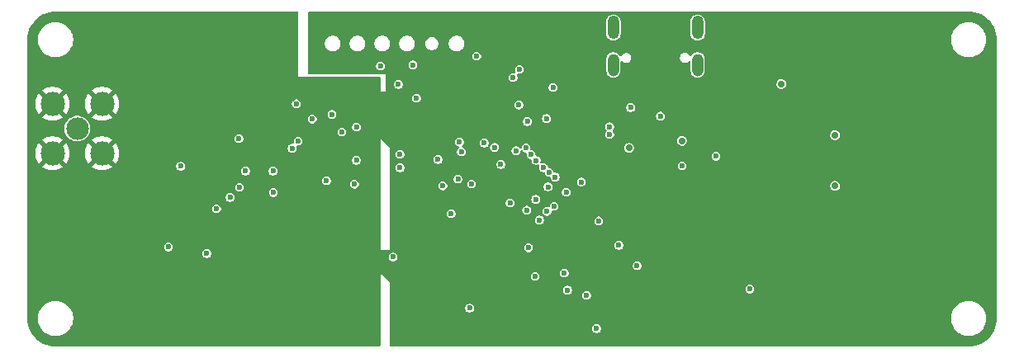
<source format=gbr>
%TF.GenerationSoftware,KiCad,Pcbnew,9.0.2+1*%
%TF.CreationDate,2025-05-31T23:41:05+01:00*%
%TF.ProjectId,OBC,4f42432e-6b69-4636-9164-5f7063625858,rev?*%
%TF.SameCoordinates,Original*%
%TF.FileFunction,Copper,L2,Inr*%
%TF.FilePolarity,Positive*%
%FSLAX45Y45*%
G04 Gerber Fmt 4.5, Leading zero omitted, Abs format (unit mm)*
G04 Created by KiCad (PCBNEW 9.0.2+1) date 2025-05-31 23:41:05*
%MOMM*%
%LPD*%
G01*
G04 APERTURE LIST*
%TA.AperFunction,ComponentPad*%
%ADD10O,1.158000X2.316000*%
%TD*%
%TA.AperFunction,ComponentPad*%
%ADD11O,1.200000X2.400000*%
%TD*%
%TA.AperFunction,ComponentPad*%
%ADD12C,2.325000*%
%TD*%
%TA.AperFunction,ComponentPad*%
%ADD13C,2.475000*%
%TD*%
%TA.AperFunction,ViaPad*%
%ADD14C,0.600000*%
%TD*%
%TA.AperFunction,ViaPad*%
%ADD15C,0.500000*%
%TD*%
%TA.AperFunction,ViaPad*%
%ADD16C,0.700000*%
%TD*%
G04 APERTURE END LIST*
D10*
%TO.N,unconnected-(J6-SHIELD-PadS1)_4*%
%TO.C,J6*%
X16920925Y-7259750D03*
%TO.N,unconnected-(J6-SHIELD-PadS1)_5*%
X16056925Y-7259750D03*
D11*
%TO.N,unconnected-(J6-SHIELD-PadS1)*%
X16920925Y-6877250D03*
%TO.N,unconnected-(J6-SHIELD-PadS1)_3*%
X16056925Y-6877250D03*
%TD*%
D12*
%TO.N,Net-(C19-Pad1)*%
%TO.C,J4*%
X10560000Y-7914000D03*
D13*
%TO.N,GND*%
X10814000Y-7660000D03*
X10814000Y-8168000D03*
X10306000Y-7660000D03*
X10306000Y-8168000D03*
%TD*%
D14*
%TO.N,GND*%
X16819500Y-8355000D03*
X16545000Y-8355000D03*
X15380000Y-7884985D03*
X11940000Y-9140000D03*
X17380000Y-9506750D03*
D15*
X15110000Y-7400000D03*
D14*
X12911971Y-7877193D03*
D15*
X14730000Y-6750000D03*
D14*
%TO.N,/BUSY SX1280*%
X13422000Y-7897000D03*
%TO.N,/READ_RS*%
X15386000Y-8512000D03*
D15*
%TO.N,GND*%
X14013119Y-8271880D03*
X13251000Y-7721668D03*
X13052869Y-7748869D03*
X12896619Y-7751619D03*
D14*
%TO.N,Net-(U1-DCC_FB)*%
X12970000Y-7815000D03*
%TO.N,/NRF21540 ~{CS} SPI*%
X12806000Y-7659000D03*
%TO.N,/RP2040/USB_D-*%
X16018000Y-7974000D03*
%TO.N,/RP2040/MCU SD3 SPI*%
X15438000Y-7491000D03*
%TO.N,/SD-Card  ~{CS} SPI*%
X16300000Y-9321000D03*
%TO.N,+3.3V*%
X16113000Y-9111000D03*
X15728000Y-8461000D03*
%TO.N,VBUS*%
X16233500Y-7698500D03*
X16539000Y-7786000D03*
%TO.N,/ENABLE_RS*%
X16760000Y-8297034D03*
%TO.N,/READ_RS*%
X17108000Y-8197074D03*
%TO.N,/RP2040/USB_D+*%
X16018000Y-7895042D03*
%TO.N,/RP2040/MCU ~{CS} SPI*%
X15093000Y-7306000D03*
X15174823Y-7841000D03*
%TO.N,/RP2040/MCU SD0 SPI*%
X15370000Y-7810000D03*
%TO.N,/RP2040/MCU SD1 SPI*%
X15028000Y-7391000D03*
X15088000Y-7671000D03*
D15*
%TO.N,GND*%
X16023000Y-7661000D03*
X14815000Y-9095000D03*
X15262515Y-7384515D03*
X14359985Y-8931000D03*
X13359000Y-7947000D03*
X14825665Y-7852500D03*
X17739000Y-8448000D03*
X13858080Y-7271000D03*
X13243841Y-8188949D03*
X15932500Y-7852500D03*
D16*
X10609000Y-8431123D03*
D15*
X16178925Y-7390075D03*
X15935000Y-8150000D03*
D14*
X16507000Y-9838500D03*
D15*
X15770000Y-7850000D03*
X12933371Y-8276484D03*
D14*
X12829278Y-7962865D03*
D16*
X13118000Y-9431000D03*
D15*
X12590000Y-7650000D03*
D14*
X19800000Y-7470000D03*
X15000000Y-7461000D03*
D15*
X15020000Y-9050000D03*
D16*
X12100000Y-7434000D03*
D15*
X18560000Y-9080000D03*
X15508000Y-8961000D03*
X15118000Y-8601000D03*
D14*
X16549500Y-9751000D03*
D15*
X14640000Y-9080000D03*
X15932500Y-8007500D03*
D14*
X13980000Y-9070000D03*
D15*
X17420000Y-9960000D03*
X16415000Y-8025000D03*
X15763000Y-9046000D03*
X17595000Y-8010000D03*
D14*
X18420000Y-7825000D03*
D15*
X13270000Y-9125000D03*
D14*
X14790000Y-9960000D03*
D15*
X17685000Y-7475000D03*
D14*
X15090000Y-8760000D03*
X13795572Y-8814276D03*
D15*
X11791226Y-8571000D03*
X14241015Y-9049970D03*
X17640000Y-7780000D03*
X14567500Y-8360000D03*
X15118000Y-8431000D03*
D16*
X10600000Y-7434000D03*
D15*
X11791226Y-8375969D03*
D16*
X11600000Y-7434000D03*
D15*
X17940000Y-7992500D03*
X14608000Y-8041000D03*
D14*
X14230000Y-8820000D03*
D15*
X16095000Y-8740000D03*
D14*
X13890000Y-9960000D03*
X17101444Y-7903914D03*
D16*
X10100000Y-7931000D03*
D14*
X13795712Y-8571778D03*
D16*
X16490000Y-6910000D03*
D14*
X16886444Y-7901414D03*
D16*
X15520000Y-9900000D03*
X13118000Y-9580000D03*
D15*
X14520000Y-8490000D03*
D14*
X14757500Y-6937500D03*
D15*
X16842280Y-7407720D03*
X17340000Y-6930000D03*
D14*
X19550000Y-8960000D03*
D15*
X14948000Y-8431000D03*
X19110000Y-9770000D03*
X16370000Y-9180000D03*
D14*
X14355000Y-8695000D03*
D15*
X16785000Y-8140000D03*
X15128206Y-9430970D03*
X12761582Y-8643708D03*
X17518000Y-7686000D03*
X17920000Y-6930000D03*
X14720000Y-7325000D03*
D14*
X14105000Y-8945000D03*
X15427500Y-6937500D03*
X12128094Y-8695209D03*
D15*
X16125000Y-9592500D03*
D14*
X16399500Y-9861000D03*
X13980000Y-8570000D03*
D16*
X11600000Y-7220000D03*
D14*
X19800000Y-7920986D03*
D15*
X17880000Y-7705000D03*
D14*
X15319500Y-8570000D03*
D15*
X14548000Y-7566000D03*
X18420000Y-9760000D03*
D16*
X13618000Y-7930000D03*
D15*
X12836500Y-8374000D03*
D14*
X14190000Y-9960000D03*
D16*
X13618000Y-9580000D03*
D15*
X17548000Y-8331000D03*
X14720000Y-7515000D03*
X16670000Y-9450000D03*
X14318000Y-7651000D03*
X14335000Y-8329500D03*
X14140000Y-7427500D03*
X15118000Y-8261000D03*
D16*
X13100000Y-7434000D03*
X10600000Y-7220000D03*
D15*
X15203000Y-8516000D03*
X15028000Y-8521000D03*
X15277000Y-7609000D03*
X12478000Y-8076000D03*
X16190000Y-8250000D03*
D14*
X17590440Y-8734000D03*
D15*
X11888097Y-8571000D03*
D16*
X11100000Y-7220000D03*
D15*
X12550000Y-8150000D03*
X15890000Y-8530000D03*
D14*
X15013562Y-7684280D03*
X19550000Y-9420000D03*
D15*
X11791226Y-8473485D03*
D14*
X14440000Y-9635000D03*
X14562500Y-8652500D03*
D15*
X17178000Y-7586000D03*
X17685000Y-7360000D03*
X14862000Y-8546000D03*
D16*
X11117500Y-9580000D03*
D15*
X14440000Y-8329500D03*
X15498784Y-7960216D03*
X11694354Y-8571000D03*
D14*
X14105000Y-8695000D03*
D15*
X12174899Y-8383575D03*
X15962000Y-8914000D03*
X14636970Y-9212030D03*
X15920000Y-9420000D03*
X11935150Y-7909216D03*
X15486000Y-9349000D03*
D16*
X10100000Y-8431000D03*
D15*
X14223000Y-7651000D03*
X13075000Y-8125000D03*
X14937000Y-9528840D03*
X11888097Y-8473485D03*
D14*
X15160000Y-7270000D03*
D15*
X14337500Y-8197500D03*
D14*
X17230000Y-8355000D03*
D16*
X16545000Y-8546000D03*
D14*
X15670000Y-7870000D03*
D15*
X12490000Y-8280000D03*
D14*
X19300001Y-7469923D03*
X18920000Y-6810000D03*
D15*
X14210000Y-8510000D03*
X13558000Y-7721668D03*
X15033000Y-8346000D03*
X17027500Y-8122500D03*
X12739628Y-8374000D03*
D14*
X15770000Y-7125000D03*
D15*
X14288000Y-7296000D03*
X12380000Y-8742360D03*
X17260000Y-8007500D03*
X15375000Y-7270000D03*
D16*
X11100000Y-7434000D03*
X12118000Y-9431000D03*
D15*
X12836500Y-8276484D03*
X11888097Y-8375969D03*
X17548000Y-8246000D03*
X17638000Y-8161000D03*
X14788000Y-9548840D03*
D14*
X13795888Y-9156030D03*
D15*
X17507000Y-7475000D03*
D16*
X13600000Y-7434000D03*
X17565500Y-9777000D03*
D14*
X19800000Y-9420000D03*
D15*
X14140000Y-7297500D03*
D16*
X11117276Y-9431059D03*
D15*
X15691500Y-9208500D03*
X15679000Y-8140431D03*
X14288000Y-7426000D03*
X15578024Y-8039455D03*
D16*
X15880000Y-6800000D03*
D14*
X17180000Y-9930000D03*
D15*
X11881280Y-9078720D03*
X15441000Y-8798000D03*
D14*
X15362225Y-7489772D03*
D15*
X15610000Y-9284000D03*
D14*
X14586223Y-9476777D03*
D15*
X18809325Y-8519325D03*
X12633000Y-8631000D03*
X15248000Y-9086000D03*
D16*
X12100000Y-7220000D03*
D15*
X18420000Y-9325000D03*
X12739628Y-8471516D03*
X18130000Y-8050000D03*
X15815000Y-8827500D03*
X15950089Y-9180911D03*
D14*
X12188285Y-7944995D03*
D15*
X14223000Y-7826000D03*
X12933371Y-8471516D03*
D14*
X15007500Y-6937500D03*
D16*
X13120000Y-7220000D03*
D15*
X14318000Y-7826000D03*
D14*
X16630000Y-9060000D03*
D15*
X14745000Y-7830000D03*
D14*
X17345000Y-8500000D03*
D15*
X16155000Y-9817000D03*
X12739628Y-8276484D03*
X15803119Y-9301881D03*
D14*
X14290000Y-9560000D03*
D15*
X16430000Y-8690000D03*
D16*
X13618000Y-9431000D03*
D15*
X15710000Y-9650000D03*
X18420000Y-8750000D03*
X17005000Y-7465000D03*
X13220582Y-8769418D03*
D14*
X17983713Y-9363439D03*
D16*
X10100000Y-7434000D03*
X12618000Y-9580000D03*
D15*
X14122044Y-9168941D03*
D14*
X14436071Y-8194999D03*
D15*
X13794000Y-8090000D03*
D16*
X13618000Y-8431000D03*
D15*
X11435000Y-9087500D03*
D14*
X14763000Y-9300000D03*
D16*
X13618000Y-8931000D03*
D15*
X16539000Y-7511000D03*
D14*
X13990000Y-9290000D03*
X19800000Y-8960000D03*
D15*
X14248000Y-9321000D03*
D14*
X12063642Y-8741939D03*
D15*
X11694354Y-8375969D03*
X17600000Y-9170000D03*
D14*
X18670000Y-6810000D03*
D15*
X16610000Y-7410000D03*
D14*
X11836864Y-9141135D03*
X12284454Y-8425087D03*
D15*
X14318000Y-7738500D03*
D16*
X18664435Y-8222435D03*
D15*
X17040000Y-7145000D03*
D16*
X12618000Y-9431000D03*
D15*
X15203000Y-8346000D03*
X12759991Y-7871707D03*
X17715000Y-9960000D03*
X15602000Y-9119000D03*
X14688000Y-8971000D03*
D16*
X11118000Y-8431000D03*
D15*
X12638000Y-8216000D03*
X14518000Y-9331000D03*
X17638000Y-8246000D03*
D14*
X13980000Y-8820000D03*
D15*
X15525000Y-9200000D03*
D14*
X13962616Y-7600412D03*
D15*
X15762323Y-8635677D03*
D14*
X15677500Y-6937500D03*
D16*
X11618000Y-9431000D03*
D15*
X18160000Y-8530000D03*
D16*
X11118000Y-8931000D03*
D14*
X16930000Y-9930000D03*
X18540000Y-8520000D03*
D15*
X12836500Y-8471516D03*
D14*
X19550001Y-7920910D03*
D15*
X14471000Y-8913000D03*
D14*
X17045000Y-7715080D03*
X18420000Y-7175000D03*
D15*
X15288000Y-8431000D03*
D14*
X13890000Y-9690000D03*
D15*
X15748784Y-8210216D03*
X14550000Y-7830000D03*
X12446000Y-7865000D03*
X14399029Y-9449971D03*
X16055000Y-8385000D03*
D16*
X16819500Y-8546000D03*
D14*
X15770000Y-7375000D03*
X17780000Y-9790000D03*
X13483168Y-8282830D03*
D15*
X12982582Y-8647418D03*
X13482500Y-8080000D03*
X12933371Y-8374000D03*
X18088000Y-7586000D03*
X14560000Y-9000000D03*
X14223000Y-7738500D03*
D16*
X13482500Y-8705558D03*
X12600000Y-7220000D03*
D14*
X17295000Y-7715080D03*
D15*
X16055000Y-7495000D03*
X17507000Y-7360000D03*
D14*
X18716777Y-8696777D03*
D15*
X18420000Y-8055000D03*
X16440000Y-7410000D03*
D14*
X19550000Y-7470000D03*
D16*
X11618000Y-9580000D03*
D15*
X15393000Y-7086000D03*
D14*
X16208888Y-9245556D03*
X19300000Y-9420000D03*
D15*
X11694354Y-8473485D03*
D14*
X17595000Y-8500000D03*
D16*
X12600000Y-7434000D03*
D14*
X18420000Y-6810000D03*
X15770000Y-7625000D03*
X15099713Y-7835140D03*
D16*
X12118000Y-9580000D03*
D15*
X11408000Y-8256700D03*
D14*
X17340440Y-8734000D03*
D16*
X13010000Y-6850000D03*
D15*
X16357000Y-7652000D03*
X14965534Y-7641000D03*
X17638000Y-8331000D03*
D14*
X16760000Y-7610000D03*
D16*
X13487500Y-7220000D03*
D14*
X19170000Y-6810000D03*
D15*
X14153000Y-9561000D03*
D14*
X19300000Y-8960000D03*
X12223242Y-8591000D03*
X18030000Y-9790000D03*
D15*
X12388000Y-8301000D03*
X17548000Y-8161000D03*
D14*
X13930000Y-7460000D03*
D15*
X15175000Y-9745000D03*
D16*
%TO.N,+5V*%
X17778000Y-7456000D03*
D14*
X13668080Y-7271000D03*
D16*
X18328000Y-8501000D03*
X18328000Y-7981000D03*
D14*
%TO.N,+3.3V*%
X12568000Y-8349188D03*
X14583000Y-9756000D03*
X12761582Y-8116000D03*
X13868000Y-8316000D03*
X15588000Y-9571000D03*
X13868000Y-8176000D03*
D16*
X16760000Y-8039000D03*
X16218000Y-8111000D03*
D14*
X15883000Y-9966000D03*
X14463000Y-8431000D03*
X15254008Y-9430970D03*
%TO.N,/Nav TX UART*%
X14000000Y-7260000D03*
%TO.N,/Nav RX UART*%
X13853000Y-7461000D03*
X15058000Y-8141000D03*
%TO.N,/SD-Card  ~{CS} SPI*%
X15783000Y-9626000D03*
%TO.N,/SD-Card MISO SPI*%
X15553000Y-9396000D03*
X15188000Y-9136000D03*
%TO.N,Net-(U1-DCC_FB)*%
X13272500Y-7948500D03*
X13421600Y-8240000D03*
X13116152Y-8448708D03*
%TO.N,/NRF21540 ~{CS} SPI*%
X12217864Y-8016619D03*
%TO.N,/RADIO MISO SPI*%
X14258000Y-8231000D03*
X12285039Y-8350089D03*
%TO.N,/BUSY SX1280*%
X14603000Y-8481000D03*
%TO.N,/WRITE_RS*%
X15450000Y-8710000D03*
X15907085Y-8861078D03*
%TO.N,/DIO2 SX1280*%
X14903000Y-8281000D03*
X14308000Y-8501000D03*
%TO.N,/RADIO MOSI SPI*%
X12223000Y-8516000D03*
X14498000Y-8151000D03*
%TO.N,/~{RST} SX1280*%
X14393000Y-8786000D03*
X13798000Y-9231000D03*
%TO.N,/ENABLE_RS*%
X15260000Y-8640000D03*
%TO.N,Net-(MCU1-VREG_VOUT)*%
X15460000Y-8412000D03*
X14998000Y-8676000D03*
X15265000Y-8241000D03*
%TO.N,/DIO3 SX1280*%
X13172163Y-7768168D03*
X14838000Y-8106000D03*
%TO.N,/SX1280 ~{CS} SPI*%
X12825132Y-8042000D03*
X12570000Y-8570000D03*
%TO.N,/~{PDN} NRF21540*%
X14733000Y-8061000D03*
X11988000Y-8736000D03*
%TO.N,/RADIO SCK SPI*%
X14478000Y-8051000D03*
X12128000Y-8620000D03*
%TO.N,/RX_EN NRF21540*%
X11495646Y-9128354D03*
X15376156Y-8763000D03*
%TO.N,/RP2040/USB_D+*%
X15341000Y-8315000D03*
%TO.N,/RP2040/USB_D-*%
X15398375Y-8364769D03*
%TO.N,/MODE NRF21540*%
X15300000Y-8852000D03*
X11620000Y-8300000D03*
%TO.N,/TX_EN NRF21540*%
X15168000Y-8751000D03*
X11888000Y-9196000D03*
%TO.N,/Buzzer*%
X15574000Y-8567000D03*
X17455000Y-9561000D03*
%TO.N,Net-(JP1-B)*%
X13402142Y-8483908D03*
%TO.N,/RP2040/MCU SD3 SPI*%
X15212500Y-8181000D03*
%TO.N,/RP2040/MCU ~{CS} SPI*%
X14655000Y-7170000D03*
%TO.N,/RP2040/MCU SD0 SPI*%
X15162000Y-8113000D03*
%TO.N,/Nav TX UART*%
X14038000Y-7601000D03*
%TD*%
%TA.AperFunction,Conductor*%
%TO.N,GND*%
G36*
X19698347Y-6711069D02*
G01*
X19702710Y-6711314D01*
X19729770Y-6712834D01*
X19731150Y-6712990D01*
X19761834Y-6718203D01*
X19763188Y-6718512D01*
X19793095Y-6727128D01*
X19794408Y-6727587D01*
X19823162Y-6739498D01*
X19824413Y-6740100D01*
X19851655Y-6755156D01*
X19852830Y-6755895D01*
X19878213Y-6773905D01*
X19879299Y-6774771D01*
X19902337Y-6795359D01*
X19902506Y-6795510D01*
X19903489Y-6796493D01*
X19915433Y-6809858D01*
X19924229Y-6819700D01*
X19925095Y-6820787D01*
X19938140Y-6839172D01*
X19943104Y-6846169D01*
X19943844Y-6847346D01*
X19958899Y-6874586D01*
X19959502Y-6875839D01*
X19971412Y-6904592D01*
X19971872Y-6905905D01*
X19980488Y-6935811D01*
X19980797Y-6937167D01*
X19986010Y-6967849D01*
X19986166Y-6969231D01*
X19987931Y-7000653D01*
X19987950Y-7001348D01*
X19987950Y-9860652D01*
X19987931Y-9861347D01*
X19986166Y-9892769D01*
X19986010Y-9894151D01*
X19980797Y-9924833D01*
X19980488Y-9926189D01*
X19971872Y-9956095D01*
X19971412Y-9957408D01*
X19959502Y-9986161D01*
X19958899Y-9987414D01*
X19943844Y-10014654D01*
X19943104Y-10015831D01*
X19925095Y-10041212D01*
X19924229Y-10042300D01*
X19903490Y-10065506D01*
X19902506Y-10066490D01*
X19879300Y-10087229D01*
X19878212Y-10088095D01*
X19852831Y-10106104D01*
X19851654Y-10106844D01*
X19824414Y-10121899D01*
X19823161Y-10122502D01*
X19794408Y-10134412D01*
X19793095Y-10134872D01*
X19763189Y-10143488D01*
X19761833Y-10143797D01*
X19731151Y-10149010D01*
X19729769Y-10149166D01*
X19698347Y-10150931D01*
X19697652Y-10150950D01*
X13775400Y-10150950D01*
X13768696Y-10148982D01*
X13764121Y-10143701D01*
X13763000Y-10138550D01*
X13763000Y-9960069D01*
X15837950Y-9960069D01*
X15837950Y-9971931D01*
X15841020Y-9983389D01*
X15846951Y-9993661D01*
X15855339Y-10002049D01*
X15865611Y-10007980D01*
X15877069Y-10011050D01*
X15877069Y-10011050D01*
X15888931Y-10011050D01*
X15888931Y-10011050D01*
X15900389Y-10007980D01*
X15910661Y-10002049D01*
X15919049Y-9993661D01*
X15924980Y-9983389D01*
X15928050Y-9971931D01*
X15928050Y-9960069D01*
X15924980Y-9948611D01*
X15919049Y-9938339D01*
X15910661Y-9929951D01*
X15900389Y-9924020D01*
X15888931Y-9920950D01*
X15877069Y-9920950D01*
X15865611Y-9924020D01*
X15865611Y-9924020D01*
X15865611Y-9924020D01*
X15855339Y-9929951D01*
X15855338Y-9929951D01*
X15846951Y-9938338D01*
X15846951Y-9938339D01*
X15841020Y-9948611D01*
X15837950Y-9960069D01*
X13763000Y-9960069D01*
X13763000Y-9849200D01*
X19517950Y-9849200D01*
X19517950Y-9872800D01*
X19517950Y-9872802D01*
X19521031Y-9896201D01*
X19527139Y-9918999D01*
X19536171Y-9940805D01*
X19536172Y-9940806D01*
X19543268Y-9953096D01*
X19547973Y-9961245D01*
X19547973Y-9961245D01*
X19547973Y-9961245D01*
X19562341Y-9979970D01*
X19562341Y-9979970D01*
X19579030Y-9996659D01*
X19579030Y-9996659D01*
X19597755Y-10011027D01*
X19610892Y-10018612D01*
X19618194Y-10022828D01*
X19618195Y-10022828D01*
X19618195Y-10022828D01*
X19640001Y-10031861D01*
X19662799Y-10037969D01*
X19686199Y-10041050D01*
X19686200Y-10041050D01*
X19709800Y-10041050D01*
X19709801Y-10041050D01*
X19733201Y-10037969D01*
X19755999Y-10031861D01*
X19777805Y-10022828D01*
X19798245Y-10011027D01*
X19816970Y-9996659D01*
X19833659Y-9979970D01*
X19848027Y-9961245D01*
X19859828Y-9940805D01*
X19868861Y-9918999D01*
X19874969Y-9896201D01*
X19878050Y-9872801D01*
X19878050Y-9849199D01*
X19874969Y-9825799D01*
X19868861Y-9803001D01*
X19859828Y-9781195D01*
X19859828Y-9781195D01*
X19859828Y-9781194D01*
X19855321Y-9773389D01*
X19848027Y-9760755D01*
X19833659Y-9742030D01*
X19833659Y-9742030D01*
X19816970Y-9725341D01*
X19816970Y-9725341D01*
X19798245Y-9710973D01*
X19798245Y-9710973D01*
X19798245Y-9710973D01*
X19790096Y-9706268D01*
X19777806Y-9699172D01*
X19777805Y-9699171D01*
X19755999Y-9690139D01*
X19733201Y-9684031D01*
X19709802Y-9680950D01*
X19709802Y-9680950D01*
X19709801Y-9680950D01*
X19686199Y-9680950D01*
X19686198Y-9680950D01*
X19686198Y-9680950D01*
X19662799Y-9684031D01*
X19640001Y-9690139D01*
X19618195Y-9699171D01*
X19618194Y-9699172D01*
X19597755Y-9710973D01*
X19579030Y-9725341D01*
X19579030Y-9725341D01*
X19562341Y-9742030D01*
X19562341Y-9742030D01*
X19547973Y-9760755D01*
X19536172Y-9781194D01*
X19536171Y-9781195D01*
X19527139Y-9803001D01*
X19521031Y-9825799D01*
X19517950Y-9849198D01*
X19517950Y-9849200D01*
X13763000Y-9849200D01*
X13763000Y-9750069D01*
X14537950Y-9750069D01*
X14537950Y-9761931D01*
X14541020Y-9773389D01*
X14546951Y-9783661D01*
X14555339Y-9792049D01*
X14565611Y-9797980D01*
X14577069Y-9801050D01*
X14577069Y-9801050D01*
X14588931Y-9801050D01*
X14588931Y-9801050D01*
X14600389Y-9797980D01*
X14610661Y-9792049D01*
X14619049Y-9783661D01*
X14624980Y-9773389D01*
X14628050Y-9761931D01*
X14628050Y-9750069D01*
X14624980Y-9738611D01*
X14619049Y-9728339D01*
X14610661Y-9719951D01*
X14600389Y-9714020D01*
X14588931Y-9710950D01*
X14577069Y-9710950D01*
X14565611Y-9714020D01*
X14565611Y-9714020D01*
X14565611Y-9714020D01*
X14555339Y-9719951D01*
X14555338Y-9719951D01*
X14546951Y-9728338D01*
X14546951Y-9728339D01*
X14541020Y-9738611D01*
X14537950Y-9750069D01*
X13763000Y-9750069D01*
X13763000Y-9620069D01*
X15737950Y-9620069D01*
X15737950Y-9631931D01*
X15741020Y-9643389D01*
X15746951Y-9653661D01*
X15755339Y-9662049D01*
X15765611Y-9667980D01*
X15777069Y-9671050D01*
X15777069Y-9671050D01*
X15788931Y-9671050D01*
X15788931Y-9671050D01*
X15800389Y-9667980D01*
X15810661Y-9662049D01*
X15819049Y-9653661D01*
X15824980Y-9643389D01*
X15828050Y-9631931D01*
X15828050Y-9620069D01*
X15824980Y-9608611D01*
X15819049Y-9598339D01*
X15810661Y-9589951D01*
X15800389Y-9584020D01*
X15788931Y-9580950D01*
X15777069Y-9580950D01*
X15765611Y-9584020D01*
X15765611Y-9584020D01*
X15765611Y-9584020D01*
X15755339Y-9589951D01*
X15755338Y-9589951D01*
X15746951Y-9598338D01*
X15746951Y-9598339D01*
X15741020Y-9608611D01*
X15737950Y-9620069D01*
X13763000Y-9620069D01*
X13763000Y-9565069D01*
X15542950Y-9565069D01*
X15542950Y-9576931D01*
X15546020Y-9588389D01*
X15551951Y-9598661D01*
X15560339Y-9607049D01*
X15570611Y-9612980D01*
X15582069Y-9616050D01*
X15582069Y-9616050D01*
X15593931Y-9616050D01*
X15593931Y-9616050D01*
X15605389Y-9612980D01*
X15615661Y-9607049D01*
X15624049Y-9598661D01*
X15629980Y-9588389D01*
X15633050Y-9576931D01*
X15633050Y-9565069D01*
X15630370Y-9555069D01*
X17409950Y-9555069D01*
X17409950Y-9566931D01*
X17413020Y-9578389D01*
X17418951Y-9588661D01*
X17427339Y-9597049D01*
X17437611Y-9602980D01*
X17449069Y-9606050D01*
X17449069Y-9606050D01*
X17460931Y-9606050D01*
X17460931Y-9606050D01*
X17472389Y-9602980D01*
X17482661Y-9597049D01*
X17491049Y-9588661D01*
X17496980Y-9578389D01*
X17500050Y-9566931D01*
X17500050Y-9555069D01*
X17496980Y-9543611D01*
X17491049Y-9533339D01*
X17482661Y-9524951D01*
X17472389Y-9519020D01*
X17460931Y-9515950D01*
X17449069Y-9515950D01*
X17437611Y-9519020D01*
X17437611Y-9519020D01*
X17437611Y-9519020D01*
X17427339Y-9524951D01*
X17427338Y-9524951D01*
X17418951Y-9533338D01*
X17418951Y-9533339D01*
X17413020Y-9543611D01*
X17409950Y-9555069D01*
X15630370Y-9555069D01*
X15629980Y-9553611D01*
X15624049Y-9543339D01*
X15615661Y-9534951D01*
X15605389Y-9529020D01*
X15593931Y-9525950D01*
X15582069Y-9525950D01*
X15570611Y-9529020D01*
X15570611Y-9529020D01*
X15570611Y-9529020D01*
X15560339Y-9534951D01*
X15560338Y-9534951D01*
X15551951Y-9543338D01*
X15551951Y-9543339D01*
X15546020Y-9553611D01*
X15542950Y-9565069D01*
X13763000Y-9565069D01*
X13763000Y-9488000D01*
X13763000Y-9425039D01*
X15208958Y-9425039D01*
X15208958Y-9436901D01*
X15212028Y-9448359D01*
X15217959Y-9458631D01*
X15226347Y-9467019D01*
X15236620Y-9472950D01*
X15248077Y-9476020D01*
X15248078Y-9476020D01*
X15259939Y-9476020D01*
X15259939Y-9476020D01*
X15271397Y-9472950D01*
X15281670Y-9467019D01*
X15290057Y-9458631D01*
X15295988Y-9448359D01*
X15299058Y-9436901D01*
X15299058Y-9425039D01*
X15295988Y-9413581D01*
X15290057Y-9403309D01*
X15281670Y-9394921D01*
X15273266Y-9390069D01*
X15507950Y-9390069D01*
X15507950Y-9401931D01*
X15511020Y-9413389D01*
X15516951Y-9423661D01*
X15525339Y-9432049D01*
X15535611Y-9437980D01*
X15547069Y-9441050D01*
X15547069Y-9441050D01*
X15558931Y-9441050D01*
X15558931Y-9441050D01*
X15570389Y-9437980D01*
X15580661Y-9432049D01*
X15589049Y-9423661D01*
X15594980Y-9413389D01*
X15598050Y-9401931D01*
X15598050Y-9390069D01*
X15594980Y-9378611D01*
X15589049Y-9368339D01*
X15580661Y-9359951D01*
X15570389Y-9354020D01*
X15558931Y-9350950D01*
X15547069Y-9350950D01*
X15535611Y-9354020D01*
X15535611Y-9354020D01*
X15535611Y-9354020D01*
X15525339Y-9359951D01*
X15525338Y-9359951D01*
X15516951Y-9368338D01*
X15516951Y-9368339D01*
X15511020Y-9378611D01*
X15507950Y-9390069D01*
X15273266Y-9390069D01*
X15271397Y-9388990D01*
X15259939Y-9385920D01*
X15248077Y-9385920D01*
X15236620Y-9388990D01*
X15236620Y-9388990D01*
X15236620Y-9388990D01*
X15226347Y-9394921D01*
X15226347Y-9394921D01*
X15217960Y-9403308D01*
X15217959Y-9403309D01*
X15212140Y-9413389D01*
X15212028Y-9413581D01*
X15208958Y-9425039D01*
X13763000Y-9425039D01*
X13763000Y-9315069D01*
X16254950Y-9315069D01*
X16254950Y-9326931D01*
X16258020Y-9338389D01*
X16263951Y-9348661D01*
X16272339Y-9357049D01*
X16282611Y-9362980D01*
X16294069Y-9366050D01*
X16294069Y-9366050D01*
X16305931Y-9366050D01*
X16305931Y-9366050D01*
X16317389Y-9362980D01*
X16327661Y-9357049D01*
X16336049Y-9348661D01*
X16341980Y-9338389D01*
X16345050Y-9326931D01*
X16345050Y-9315069D01*
X16341980Y-9303611D01*
X16336049Y-9293339D01*
X16327661Y-9284951D01*
X16317389Y-9279020D01*
X16305931Y-9275950D01*
X16294069Y-9275950D01*
X16282611Y-9279020D01*
X16282611Y-9279020D01*
X16282611Y-9279020D01*
X16272339Y-9284951D01*
X16272338Y-9284951D01*
X16263951Y-9293338D01*
X16263951Y-9293339D01*
X16258020Y-9303611D01*
X16254950Y-9315069D01*
X13763000Y-9315069D01*
X13763000Y-9259710D01*
X13770339Y-9267049D01*
X13780611Y-9272980D01*
X13792069Y-9276050D01*
X13792069Y-9276050D01*
X13803931Y-9276050D01*
X13803931Y-9276050D01*
X13815389Y-9272980D01*
X13825661Y-9267049D01*
X13834049Y-9258661D01*
X13839980Y-9248389D01*
X13843050Y-9236931D01*
X13843050Y-9225069D01*
X13839980Y-9213611D01*
X13834049Y-9203339D01*
X13825661Y-9194951D01*
X13815389Y-9189020D01*
X13803931Y-9185950D01*
X13792069Y-9185950D01*
X13780611Y-9189020D01*
X13780611Y-9189020D01*
X13780611Y-9189020D01*
X13770339Y-9194951D01*
X13770338Y-9194951D01*
X13763000Y-9202290D01*
X13763000Y-9161000D01*
X13762987Y-9161000D01*
X13763039Y-9130069D01*
X15142950Y-9130069D01*
X15142950Y-9141931D01*
X15146020Y-9153389D01*
X15151951Y-9163661D01*
X15160339Y-9172049D01*
X15170611Y-9177980D01*
X15182069Y-9181050D01*
X15182069Y-9181050D01*
X15193931Y-9181050D01*
X15193931Y-9181050D01*
X15205389Y-9177980D01*
X15215661Y-9172049D01*
X15224049Y-9163661D01*
X15229980Y-9153389D01*
X15233050Y-9141931D01*
X15233050Y-9130069D01*
X15229980Y-9118611D01*
X15225271Y-9110456D01*
X15224049Y-9108339D01*
X15224049Y-9108339D01*
X15224049Y-9108339D01*
X15220779Y-9105069D01*
X16067950Y-9105069D01*
X16067950Y-9116931D01*
X16071020Y-9128389D01*
X16076951Y-9138661D01*
X16085339Y-9147049D01*
X16095611Y-9152980D01*
X16107069Y-9156050D01*
X16107069Y-9156050D01*
X16118931Y-9156050D01*
X16118931Y-9156050D01*
X16130389Y-9152980D01*
X16140661Y-9147049D01*
X16149049Y-9138661D01*
X16154980Y-9128389D01*
X16158050Y-9116931D01*
X16158050Y-9105069D01*
X16154980Y-9093611D01*
X16149049Y-9083339D01*
X16140661Y-9074951D01*
X16130389Y-9069020D01*
X16118931Y-9065950D01*
X16107069Y-9065950D01*
X16095611Y-9069020D01*
X16095611Y-9069020D01*
X16095611Y-9069020D01*
X16085339Y-9074951D01*
X16085338Y-9074951D01*
X16076951Y-9083338D01*
X16076951Y-9083339D01*
X16071020Y-9093611D01*
X16067950Y-9105069D01*
X15220779Y-9105069D01*
X15215661Y-9099951D01*
X15205389Y-9094020D01*
X15193931Y-9090950D01*
X15182069Y-9090950D01*
X15170611Y-9094020D01*
X15170611Y-9094020D01*
X15170611Y-9094020D01*
X15160339Y-9099951D01*
X15160338Y-9099951D01*
X15151951Y-9108338D01*
X15151951Y-9108339D01*
X15146020Y-9118611D01*
X15142950Y-9130069D01*
X13763039Y-9130069D01*
X13763315Y-8966254D01*
X13763517Y-8846069D01*
X15254950Y-8846069D01*
X15254950Y-8857931D01*
X15258020Y-8869389D01*
X15263951Y-8879661D01*
X15272339Y-8888049D01*
X15282611Y-8893980D01*
X15294069Y-8897050D01*
X15294069Y-8897050D01*
X15305931Y-8897050D01*
X15305931Y-8897050D01*
X15317389Y-8893980D01*
X15327661Y-8888049D01*
X15336049Y-8879661D01*
X15341980Y-8869389D01*
X15345050Y-8857931D01*
X15345050Y-8855147D01*
X15862035Y-8855147D01*
X15862035Y-8867009D01*
X15865105Y-8878466D01*
X15871036Y-8888739D01*
X15879423Y-8897127D01*
X15889696Y-8903058D01*
X15901154Y-8906128D01*
X15901154Y-8906128D01*
X15913015Y-8906128D01*
X15913016Y-8906128D01*
X15924473Y-8903058D01*
X15934746Y-8897127D01*
X15943134Y-8888739D01*
X15949065Y-8878466D01*
X15952135Y-8867009D01*
X15952135Y-8855147D01*
X15949065Y-8843689D01*
X15943134Y-8833417D01*
X15934746Y-8825029D01*
X15924473Y-8819098D01*
X15913016Y-8816028D01*
X15901154Y-8816028D01*
X15889696Y-8819098D01*
X15889696Y-8819098D01*
X15889696Y-8819098D01*
X15879423Y-8825029D01*
X15879423Y-8825029D01*
X15871036Y-8833416D01*
X15871036Y-8833417D01*
X15865105Y-8843689D01*
X15862035Y-8855147D01*
X15345050Y-8855147D01*
X15345050Y-8846069D01*
X15341980Y-8834611D01*
X15336049Y-8824339D01*
X15327661Y-8815951D01*
X15317389Y-8810020D01*
X15305931Y-8806950D01*
X15294069Y-8806950D01*
X15282611Y-8810020D01*
X15282611Y-8810020D01*
X15282611Y-8810020D01*
X15272339Y-8815951D01*
X15272338Y-8815951D01*
X15263951Y-8824338D01*
X15263951Y-8824339D01*
X15258710Y-8833416D01*
X15258020Y-8834611D01*
X15254950Y-8846069D01*
X13763517Y-8846069D01*
X13763519Y-8845236D01*
X13763609Y-8791931D01*
X13763629Y-8780069D01*
X14347950Y-8780069D01*
X14347950Y-8791931D01*
X14351020Y-8803389D01*
X14356951Y-8813661D01*
X14365339Y-8822049D01*
X14375611Y-8827980D01*
X14387069Y-8831050D01*
X14387069Y-8831050D01*
X14398931Y-8831050D01*
X14398931Y-8831050D01*
X14410389Y-8827980D01*
X14420661Y-8822049D01*
X14429049Y-8813661D01*
X14434980Y-8803389D01*
X14438050Y-8791931D01*
X14438050Y-8780069D01*
X14434980Y-8768611D01*
X14429049Y-8758339D01*
X14420661Y-8749951D01*
X14412205Y-8745069D01*
X15122950Y-8745069D01*
X15122950Y-8756931D01*
X15126020Y-8768389D01*
X15131951Y-8778661D01*
X15140339Y-8787049D01*
X15150611Y-8792980D01*
X15162069Y-8796050D01*
X15162069Y-8796050D01*
X15173931Y-8796050D01*
X15173931Y-8796050D01*
X15185389Y-8792980D01*
X15195661Y-8787049D01*
X15204049Y-8778661D01*
X15209980Y-8768389D01*
X15213013Y-8757069D01*
X15331106Y-8757069D01*
X15331106Y-8768931D01*
X15334176Y-8780389D01*
X15340107Y-8790661D01*
X15348495Y-8799049D01*
X15358767Y-8804980D01*
X15370225Y-8808050D01*
X15370225Y-8808050D01*
X15382087Y-8808050D01*
X15382087Y-8808050D01*
X15393545Y-8804980D01*
X15403817Y-8799049D01*
X15412205Y-8790661D01*
X15418136Y-8780389D01*
X15421206Y-8768931D01*
X15421206Y-8765084D01*
X15423175Y-8758380D01*
X15428455Y-8753804D01*
X15435371Y-8752810D01*
X15436814Y-8753106D01*
X15444069Y-8755050D01*
X15444069Y-8755050D01*
X15455931Y-8755050D01*
X15455931Y-8755050D01*
X15467389Y-8751980D01*
X15477661Y-8746049D01*
X15486049Y-8737661D01*
X15491980Y-8727389D01*
X15495050Y-8715931D01*
X15495050Y-8704069D01*
X15491980Y-8692611D01*
X15486049Y-8682339D01*
X15477661Y-8673951D01*
X15467389Y-8668020D01*
X15455931Y-8664950D01*
X15444069Y-8664950D01*
X15432611Y-8668020D01*
X15432611Y-8668020D01*
X15432611Y-8668020D01*
X15422339Y-8673951D01*
X15422338Y-8673951D01*
X15413951Y-8682338D01*
X15413951Y-8682339D01*
X15408020Y-8692611D01*
X15404950Y-8704069D01*
X15404950Y-8704069D01*
X15404950Y-8707916D01*
X15402981Y-8714620D01*
X15397701Y-8719196D01*
X15390785Y-8720190D01*
X15389341Y-8719894D01*
X15385243Y-8718796D01*
X15382087Y-8717950D01*
X15370225Y-8717950D01*
X15358767Y-8721020D01*
X15358767Y-8721020D01*
X15358767Y-8721020D01*
X15348495Y-8726951D01*
X15348494Y-8726951D01*
X15340107Y-8735338D01*
X15340107Y-8735339D01*
X15334176Y-8745611D01*
X15331106Y-8757069D01*
X15213013Y-8757069D01*
X15213050Y-8756931D01*
X15213050Y-8745069D01*
X15209980Y-8733611D01*
X15204049Y-8723339D01*
X15195661Y-8714951D01*
X15185389Y-8709020D01*
X15173931Y-8705950D01*
X15162069Y-8705950D01*
X15150611Y-8709020D01*
X15150611Y-8709020D01*
X15150611Y-8709020D01*
X15140339Y-8714951D01*
X15140338Y-8714951D01*
X15131951Y-8723338D01*
X15131951Y-8723339D01*
X15126020Y-8733611D01*
X15122950Y-8745069D01*
X14412205Y-8745069D01*
X14410389Y-8744020D01*
X14398931Y-8740950D01*
X14387069Y-8740950D01*
X14375611Y-8744020D01*
X14375611Y-8744020D01*
X14375611Y-8744020D01*
X14365339Y-8749951D01*
X14365338Y-8749951D01*
X14356951Y-8758338D01*
X14356951Y-8758339D01*
X14351020Y-8768611D01*
X14347950Y-8780069D01*
X13763629Y-8780069D01*
X13763804Y-8676049D01*
X13763814Y-8670069D01*
X14952950Y-8670069D01*
X14952950Y-8681931D01*
X14956020Y-8693389D01*
X14961951Y-8703661D01*
X14970339Y-8712049D01*
X14980611Y-8717980D01*
X14992069Y-8721050D01*
X14992069Y-8721050D01*
X15003931Y-8721050D01*
X15003931Y-8721050D01*
X15015389Y-8717980D01*
X15025661Y-8712049D01*
X15034049Y-8703661D01*
X15039980Y-8693389D01*
X15043050Y-8681931D01*
X15043050Y-8670069D01*
X15039980Y-8658611D01*
X15034049Y-8648339D01*
X15025661Y-8639951D01*
X15015473Y-8634069D01*
X15214950Y-8634069D01*
X15214950Y-8645931D01*
X15218020Y-8657389D01*
X15223951Y-8667661D01*
X15232339Y-8676049D01*
X15242611Y-8681980D01*
X15254069Y-8685050D01*
X15254069Y-8685050D01*
X15265931Y-8685050D01*
X15265931Y-8685050D01*
X15277389Y-8681980D01*
X15287661Y-8676049D01*
X15296049Y-8667661D01*
X15301980Y-8657389D01*
X15305050Y-8645931D01*
X15305050Y-8634069D01*
X15301980Y-8622611D01*
X15296049Y-8612339D01*
X15287661Y-8603951D01*
X15277389Y-8598020D01*
X15265931Y-8594950D01*
X15254069Y-8594950D01*
X15242611Y-8598020D01*
X15242611Y-8598020D01*
X15242611Y-8598020D01*
X15232339Y-8603951D01*
X15232338Y-8603951D01*
X15223951Y-8612338D01*
X15223951Y-8612339D01*
X15218020Y-8622611D01*
X15214950Y-8634069D01*
X15015473Y-8634069D01*
X15015389Y-8634020D01*
X15003931Y-8630950D01*
X14992069Y-8630950D01*
X14980611Y-8634020D01*
X14980611Y-8634020D01*
X14980611Y-8634020D01*
X14970339Y-8639951D01*
X14970338Y-8639951D01*
X14961951Y-8648338D01*
X14961951Y-8648339D01*
X14956020Y-8658611D01*
X14952950Y-8670069D01*
X13763814Y-8670069D01*
X13763815Y-8669236D01*
X13763855Y-8645931D01*
X13763998Y-8561069D01*
X15528950Y-8561069D01*
X15528950Y-8572931D01*
X15532020Y-8584389D01*
X15537951Y-8594661D01*
X15546339Y-8603049D01*
X15556611Y-8608980D01*
X15568069Y-8612050D01*
X15568069Y-8612050D01*
X15579931Y-8612050D01*
X15579931Y-8612050D01*
X15591389Y-8608980D01*
X15601661Y-8603049D01*
X15610049Y-8594661D01*
X15615980Y-8584389D01*
X15619050Y-8572931D01*
X15619050Y-8561069D01*
X15615980Y-8549611D01*
X15610049Y-8539339D01*
X15601661Y-8530951D01*
X15591389Y-8525020D01*
X15579931Y-8521950D01*
X15568069Y-8521950D01*
X15556611Y-8525020D01*
X15556611Y-8525020D01*
X15556611Y-8525020D01*
X15546339Y-8530951D01*
X15546338Y-8530951D01*
X15537951Y-8539338D01*
X15537951Y-8539339D01*
X15533159Y-8547639D01*
X15532020Y-8549611D01*
X15528950Y-8561069D01*
X13763998Y-8561069D01*
X13764109Y-8495069D01*
X14262950Y-8495069D01*
X14262950Y-8506931D01*
X14266020Y-8518389D01*
X14271951Y-8528661D01*
X14280339Y-8537049D01*
X14290611Y-8542980D01*
X14302069Y-8546050D01*
X14302069Y-8546050D01*
X14313931Y-8546050D01*
X14313931Y-8546050D01*
X14325389Y-8542980D01*
X14335661Y-8537049D01*
X14344049Y-8528661D01*
X14349980Y-8518389D01*
X14353050Y-8506931D01*
X14353050Y-8495069D01*
X14349980Y-8483611D01*
X14344049Y-8473339D01*
X14335661Y-8464951D01*
X14325389Y-8459020D01*
X14313931Y-8455950D01*
X14302069Y-8455950D01*
X14290611Y-8459020D01*
X14290611Y-8459020D01*
X14290611Y-8459020D01*
X14280339Y-8464951D01*
X14280338Y-8464951D01*
X14271951Y-8473338D01*
X14271951Y-8473339D01*
X14269035Y-8478389D01*
X14266020Y-8483611D01*
X14262950Y-8495069D01*
X13764109Y-8495069D01*
X13764227Y-8425069D01*
X14417950Y-8425069D01*
X14417950Y-8436931D01*
X14421020Y-8448389D01*
X14426951Y-8458661D01*
X14435339Y-8467049D01*
X14445611Y-8472980D01*
X14457069Y-8476050D01*
X14457069Y-8476050D01*
X14468931Y-8476050D01*
X14468931Y-8476050D01*
X14472592Y-8475069D01*
X14557950Y-8475069D01*
X14557950Y-8486931D01*
X14561020Y-8498389D01*
X14566951Y-8508661D01*
X14575339Y-8517049D01*
X14585611Y-8522980D01*
X14597069Y-8526050D01*
X14597069Y-8526050D01*
X14608931Y-8526050D01*
X14608931Y-8526050D01*
X14620389Y-8522980D01*
X14630661Y-8517049D01*
X14639049Y-8508661D01*
X14640545Y-8506069D01*
X15340950Y-8506069D01*
X15340950Y-8517931D01*
X15344020Y-8529389D01*
X15349951Y-8539661D01*
X15358339Y-8548049D01*
X15368611Y-8553980D01*
X15380069Y-8557050D01*
X15380069Y-8557050D01*
X15391931Y-8557050D01*
X15391931Y-8557050D01*
X15403389Y-8553980D01*
X15413661Y-8548049D01*
X15422049Y-8539661D01*
X15427980Y-8529389D01*
X15431050Y-8517931D01*
X15431050Y-8506069D01*
X15427980Y-8494611D01*
X15422049Y-8484339D01*
X15413661Y-8475951D01*
X15403389Y-8470020D01*
X15391931Y-8466950D01*
X15380069Y-8466950D01*
X15368611Y-8470020D01*
X15368611Y-8470020D01*
X15368611Y-8470020D01*
X15358339Y-8475951D01*
X15358338Y-8475951D01*
X15349951Y-8484338D01*
X15349951Y-8484339D01*
X15346775Y-8489839D01*
X15344020Y-8494611D01*
X15340950Y-8506069D01*
X14640545Y-8506069D01*
X14644980Y-8498389D01*
X14648050Y-8486931D01*
X14648050Y-8475069D01*
X14644980Y-8463611D01*
X14639049Y-8453339D01*
X14630661Y-8444951D01*
X14620389Y-8439020D01*
X14608931Y-8435950D01*
X14597069Y-8435950D01*
X14585611Y-8439020D01*
X14585611Y-8439020D01*
X14585611Y-8439020D01*
X14575339Y-8444951D01*
X14575338Y-8444951D01*
X14566951Y-8453338D01*
X14566951Y-8453339D01*
X14562557Y-8460950D01*
X14561020Y-8463611D01*
X14557950Y-8475069D01*
X14472592Y-8475069D01*
X14480389Y-8472980D01*
X14490661Y-8467049D01*
X14499049Y-8458661D01*
X14504980Y-8448389D01*
X14508050Y-8436931D01*
X14508050Y-8425069D01*
X14504980Y-8413611D01*
X14499049Y-8403339D01*
X14490661Y-8394951D01*
X14480389Y-8389020D01*
X14468931Y-8385950D01*
X14457069Y-8385950D01*
X14445611Y-8389020D01*
X14445611Y-8389020D01*
X14445611Y-8389020D01*
X14435339Y-8394951D01*
X14435338Y-8394951D01*
X14426951Y-8403338D01*
X14426951Y-8403339D01*
X14422073Y-8411787D01*
X14421020Y-8413611D01*
X14417950Y-8425069D01*
X13764227Y-8425069D01*
X13764421Y-8310069D01*
X13822950Y-8310069D01*
X13822950Y-8321931D01*
X13826020Y-8333389D01*
X13831951Y-8343661D01*
X13840339Y-8352049D01*
X13850611Y-8357980D01*
X13862069Y-8361050D01*
X13862069Y-8361050D01*
X13873931Y-8361050D01*
X13873931Y-8361050D01*
X13885389Y-8357980D01*
X13895661Y-8352049D01*
X13904049Y-8343661D01*
X13909980Y-8333389D01*
X13913050Y-8321931D01*
X13913050Y-8310069D01*
X13909980Y-8298611D01*
X13904049Y-8288339D01*
X13895661Y-8279951D01*
X13885389Y-8274020D01*
X13873931Y-8270950D01*
X13862069Y-8270950D01*
X13850611Y-8274020D01*
X13850611Y-8274020D01*
X13850611Y-8274020D01*
X13840339Y-8279951D01*
X13840338Y-8279951D01*
X13831951Y-8288338D01*
X13831951Y-8288339D01*
X13826597Y-8297611D01*
X13826020Y-8298611D01*
X13822950Y-8310069D01*
X13764421Y-8310069D01*
X13764564Y-8225069D01*
X14212950Y-8225069D01*
X14212950Y-8236931D01*
X14216020Y-8248389D01*
X14221951Y-8258661D01*
X14230339Y-8267049D01*
X14240611Y-8272980D01*
X14252069Y-8276050D01*
X14252069Y-8276050D01*
X14263931Y-8276050D01*
X14263931Y-8276050D01*
X14267592Y-8275069D01*
X14857950Y-8275069D01*
X14857950Y-8286931D01*
X14861020Y-8298389D01*
X14866951Y-8308661D01*
X14875339Y-8317049D01*
X14885611Y-8322980D01*
X14897069Y-8326050D01*
X14897069Y-8326050D01*
X14908931Y-8326050D01*
X14908931Y-8326050D01*
X14920389Y-8322980D01*
X14930661Y-8317049D01*
X14939049Y-8308661D01*
X14944980Y-8298389D01*
X14948050Y-8286931D01*
X14948050Y-8275069D01*
X14944980Y-8263611D01*
X14939049Y-8253339D01*
X14930661Y-8244951D01*
X14920389Y-8239020D01*
X14908931Y-8235950D01*
X14897069Y-8235950D01*
X14885611Y-8239020D01*
X14885611Y-8239020D01*
X14885611Y-8239020D01*
X14875339Y-8244951D01*
X14875338Y-8244951D01*
X14866951Y-8253338D01*
X14866951Y-8253339D01*
X14863878Y-8258661D01*
X14861020Y-8263611D01*
X14857950Y-8275069D01*
X14267592Y-8275069D01*
X14275389Y-8272980D01*
X14285661Y-8267049D01*
X14294049Y-8258661D01*
X14299980Y-8248389D01*
X14303050Y-8236931D01*
X14303050Y-8225069D01*
X14299980Y-8213611D01*
X14294049Y-8203339D01*
X14285661Y-8194951D01*
X14275389Y-8189020D01*
X14263931Y-8185950D01*
X14252069Y-8185950D01*
X14240611Y-8189020D01*
X14240611Y-8189020D01*
X14240611Y-8189020D01*
X14230339Y-8194951D01*
X14230338Y-8194951D01*
X14221951Y-8203338D01*
X14221951Y-8203339D01*
X14218878Y-8208661D01*
X14216020Y-8213611D01*
X14212950Y-8225069D01*
X13764564Y-8225069D01*
X13764657Y-8170069D01*
X13822950Y-8170069D01*
X13822950Y-8181931D01*
X13826020Y-8193389D01*
X13831951Y-8203661D01*
X13840339Y-8212049D01*
X13850611Y-8217980D01*
X13862069Y-8221050D01*
X13862069Y-8221050D01*
X13873931Y-8221050D01*
X13873931Y-8221050D01*
X13885389Y-8217980D01*
X13895661Y-8212049D01*
X13904049Y-8203661D01*
X13909980Y-8193389D01*
X13913050Y-8181931D01*
X13913050Y-8170069D01*
X13909980Y-8158611D01*
X13904049Y-8148339D01*
X13895661Y-8139951D01*
X13885389Y-8134020D01*
X13873931Y-8130950D01*
X13862069Y-8130950D01*
X13850611Y-8134020D01*
X13850611Y-8134020D01*
X13850611Y-8134020D01*
X13840339Y-8139951D01*
X13840338Y-8139951D01*
X13831951Y-8148338D01*
X13831951Y-8148339D01*
X13826581Y-8157639D01*
X13826020Y-8158611D01*
X13822950Y-8170069D01*
X13764657Y-8170069D01*
X13764750Y-8114750D01*
X13764750Y-8114750D01*
X13764750Y-8114750D01*
X13701548Y-8053135D01*
X13693274Y-8045069D01*
X14432950Y-8045069D01*
X14432950Y-8056931D01*
X14436020Y-8068389D01*
X14441951Y-8078661D01*
X14450339Y-8087049D01*
X14460611Y-8092980D01*
X14464866Y-8094120D01*
X14470832Y-8097756D01*
X14473885Y-8104041D01*
X14473055Y-8110978D01*
X14470424Y-8114865D01*
X14461951Y-8123339D01*
X14456020Y-8133611D01*
X14456020Y-8133611D01*
X14452950Y-8145069D01*
X14452950Y-8156931D01*
X14456020Y-8168389D01*
X14461951Y-8178661D01*
X14470339Y-8187049D01*
X14480611Y-8192980D01*
X14492069Y-8196050D01*
X14492069Y-8196050D01*
X14503931Y-8196050D01*
X14503931Y-8196050D01*
X14515389Y-8192980D01*
X14525661Y-8187049D01*
X14534049Y-8178661D01*
X14539980Y-8168389D01*
X14543050Y-8156931D01*
X14543050Y-8145069D01*
X14539980Y-8133611D01*
X14534049Y-8123339D01*
X14525661Y-8114951D01*
X14515389Y-8109020D01*
X14511134Y-8107880D01*
X14505168Y-8104244D01*
X14502115Y-8097959D01*
X14502945Y-8091021D01*
X14505575Y-8087134D01*
X14505661Y-8087049D01*
X14505661Y-8087049D01*
X14514049Y-8078661D01*
X14519980Y-8068389D01*
X14523050Y-8056931D01*
X14523050Y-8055069D01*
X14687950Y-8055069D01*
X14687950Y-8066931D01*
X14691020Y-8078389D01*
X14696951Y-8088661D01*
X14705339Y-8097049D01*
X14715611Y-8102980D01*
X14727069Y-8106050D01*
X14727069Y-8106050D01*
X14738931Y-8106050D01*
X14738931Y-8106050D01*
X14750389Y-8102980D01*
X14755430Y-8100069D01*
X14792950Y-8100069D01*
X14792950Y-8111931D01*
X14796020Y-8123389D01*
X14801951Y-8133661D01*
X14810339Y-8142049D01*
X14820611Y-8147980D01*
X14832069Y-8151050D01*
X14832069Y-8151050D01*
X14843931Y-8151050D01*
X14843931Y-8151050D01*
X14855389Y-8147980D01*
X14865661Y-8142049D01*
X14872641Y-8135069D01*
X15012950Y-8135069D01*
X15012950Y-8146931D01*
X15016020Y-8158389D01*
X15021951Y-8168661D01*
X15030339Y-8177049D01*
X15040611Y-8182980D01*
X15052069Y-8186050D01*
X15052069Y-8186050D01*
X15063931Y-8186050D01*
X15063931Y-8186050D01*
X15075389Y-8182980D01*
X15085661Y-8177049D01*
X15094049Y-8168661D01*
X15099980Y-8158389D01*
X15103050Y-8146931D01*
X15103050Y-8146930D01*
X15103156Y-8146125D01*
X15103378Y-8146154D01*
X15105018Y-8140569D01*
X15110299Y-8135993D01*
X15117215Y-8134999D01*
X15123570Y-8137901D01*
X15125371Y-8140082D01*
X15125456Y-8140016D01*
X15125951Y-8140661D01*
X15125951Y-8140661D01*
X15134339Y-8149049D01*
X15144611Y-8154980D01*
X15156069Y-8158050D01*
X15156069Y-8158050D01*
X15156875Y-8158156D01*
X15156850Y-8158344D01*
X15162554Y-8160018D01*
X15167130Y-8165299D01*
X15168124Y-8172215D01*
X15167828Y-8173658D01*
X15167450Y-8175069D01*
X15167450Y-8186931D01*
X15170520Y-8198389D01*
X15176451Y-8208661D01*
X15184839Y-8217049D01*
X15195111Y-8222980D01*
X15206569Y-8226050D01*
X15206569Y-8226050D01*
X15207550Y-8226050D01*
X15214254Y-8228018D01*
X15218829Y-8233299D01*
X15219950Y-8238450D01*
X15219950Y-8246931D01*
X15223020Y-8258389D01*
X15228951Y-8268661D01*
X15237339Y-8277049D01*
X15247611Y-8282980D01*
X15259069Y-8286050D01*
X15259069Y-8286050D01*
X15270931Y-8286050D01*
X15270931Y-8286050D01*
X15282389Y-8282980D01*
X15282389Y-8282980D01*
X15283174Y-8282769D01*
X15283215Y-8282926D01*
X15289222Y-8282280D01*
X15295470Y-8285407D01*
X15299036Y-8291416D01*
X15298998Y-8297692D01*
X15295950Y-8309069D01*
X15295950Y-8320931D01*
X15299020Y-8332389D01*
X15304951Y-8342661D01*
X15313339Y-8351049D01*
X15323611Y-8356980D01*
X15335069Y-8360050D01*
X15335069Y-8360050D01*
X15341049Y-8360050D01*
X15347753Y-8362018D01*
X15352328Y-8367299D01*
X15353082Y-8369923D01*
X15353115Y-8369915D01*
X15353325Y-8370699D01*
X15353325Y-8370700D01*
X15356395Y-8382157D01*
X15362326Y-8392430D01*
X15370714Y-8400818D01*
X15380987Y-8406749D01*
X15392444Y-8409819D01*
X15392445Y-8409819D01*
X15403262Y-8409819D01*
X15409965Y-8411787D01*
X15414541Y-8417068D01*
X15415239Y-8419009D01*
X15417372Y-8426971D01*
X15418020Y-8429389D01*
X15420300Y-8433338D01*
X15423951Y-8439661D01*
X15432339Y-8448049D01*
X15442611Y-8453980D01*
X15454069Y-8457050D01*
X15454069Y-8457050D01*
X15465931Y-8457050D01*
X15465931Y-8457050D01*
X15473324Y-8455069D01*
X15682950Y-8455069D01*
X15682950Y-8466931D01*
X15686020Y-8478389D01*
X15691951Y-8488661D01*
X15700339Y-8497049D01*
X15710611Y-8502980D01*
X15722069Y-8506050D01*
X15722069Y-8506050D01*
X15733931Y-8506050D01*
X15733931Y-8506050D01*
X15745389Y-8502980D01*
X15755661Y-8497049D01*
X15758299Y-8494411D01*
X18277950Y-8494411D01*
X18277950Y-8507589D01*
X18278237Y-8508661D01*
X18281361Y-8520319D01*
X18282303Y-8521950D01*
X18287950Y-8531731D01*
X18297269Y-8541050D01*
X18308681Y-8547639D01*
X18321411Y-8551050D01*
X18321411Y-8551050D01*
X18334589Y-8551050D01*
X18334589Y-8551050D01*
X18347319Y-8547639D01*
X18358731Y-8541050D01*
X18368050Y-8531731D01*
X18374639Y-8520319D01*
X18378050Y-8507589D01*
X18378050Y-8494411D01*
X18374639Y-8481681D01*
X18368050Y-8470269D01*
X18358731Y-8460950D01*
X18348546Y-8455069D01*
X18347319Y-8454361D01*
X18340954Y-8452655D01*
X18334589Y-8450950D01*
X18321411Y-8450950D01*
X18308681Y-8454361D01*
X18297269Y-8460950D01*
X18297268Y-8460950D01*
X18287950Y-8470268D01*
X18287950Y-8470269D01*
X18281361Y-8481681D01*
X18279491Y-8488662D01*
X18277950Y-8494411D01*
X15758299Y-8494411D01*
X15764049Y-8488661D01*
X15769980Y-8478389D01*
X15773050Y-8466931D01*
X15773050Y-8455069D01*
X15769980Y-8443611D01*
X15764049Y-8433339D01*
X15755661Y-8424951D01*
X15745389Y-8419020D01*
X15733931Y-8415950D01*
X15722069Y-8415950D01*
X15710611Y-8419020D01*
X15710611Y-8419020D01*
X15710611Y-8419020D01*
X15700339Y-8424951D01*
X15700338Y-8424951D01*
X15691951Y-8433338D01*
X15691951Y-8433339D01*
X15686502Y-8442777D01*
X15686020Y-8443611D01*
X15682950Y-8455069D01*
X15473324Y-8455069D01*
X15477389Y-8453980D01*
X15487661Y-8448049D01*
X15496049Y-8439661D01*
X15501980Y-8429389D01*
X15505050Y-8417931D01*
X15505050Y-8406069D01*
X15501980Y-8394611D01*
X15496049Y-8384339D01*
X15487661Y-8375951D01*
X15477389Y-8370020D01*
X15465931Y-8366950D01*
X15455114Y-8366950D01*
X15448410Y-8364981D01*
X15443834Y-8359701D01*
X15443136Y-8357760D01*
X15440355Y-8347380D01*
X15434424Y-8337107D01*
X15426036Y-8328720D01*
X15415764Y-8322789D01*
X15404306Y-8319719D01*
X15398326Y-8319719D01*
X15391623Y-8317750D01*
X15387047Y-8312470D01*
X15386478Y-8310975D01*
X15386050Y-8309589D01*
X15386050Y-8309069D01*
X15382980Y-8297611D01*
X15379222Y-8291103D01*
X16714950Y-8291103D01*
X16714950Y-8302965D01*
X16718020Y-8314423D01*
X16723951Y-8324696D01*
X16732339Y-8333083D01*
X16742611Y-8339014D01*
X16754069Y-8342084D01*
X16754069Y-8342084D01*
X16765931Y-8342084D01*
X16765931Y-8342084D01*
X16777389Y-8339014D01*
X16787661Y-8333083D01*
X16796049Y-8324696D01*
X16801980Y-8314423D01*
X16805050Y-8302965D01*
X16805050Y-8291103D01*
X16801980Y-8279646D01*
X16796049Y-8269373D01*
X16787661Y-8260985D01*
X16777389Y-8255054D01*
X16765931Y-8251984D01*
X16754069Y-8251984D01*
X16742611Y-8255054D01*
X16742611Y-8255054D01*
X16742611Y-8255054D01*
X16732339Y-8260985D01*
X16732338Y-8260986D01*
X16723951Y-8269373D01*
X16723951Y-8269373D01*
X16719520Y-8277049D01*
X16718020Y-8279646D01*
X16714950Y-8291103D01*
X15379222Y-8291103D01*
X15377049Y-8287339D01*
X15368661Y-8278951D01*
X15358389Y-8273020D01*
X15346931Y-8269950D01*
X15335069Y-8269950D01*
X15323611Y-8273020D01*
X15323611Y-8273020D01*
X15322826Y-8273230D01*
X15322785Y-8273075D01*
X15316775Y-8273720D01*
X15310528Y-8270591D01*
X15306964Y-8264582D01*
X15307001Y-8258308D01*
X15310050Y-8246931D01*
X15310050Y-8235069D01*
X15306980Y-8223611D01*
X15301049Y-8213339D01*
X15292661Y-8204951D01*
X15282389Y-8199020D01*
X15270931Y-8195950D01*
X15268098Y-8195950D01*
X15266326Y-8195409D01*
X15264892Y-8194465D01*
X15263246Y-8193981D01*
X15262035Y-8192584D01*
X15260490Y-8191567D01*
X15260302Y-8191143D01*
X17062950Y-8191143D01*
X17062950Y-8203005D01*
X17066020Y-8214463D01*
X17071951Y-8224736D01*
X17080339Y-8233123D01*
X17090611Y-8239054D01*
X17102069Y-8242124D01*
X17102069Y-8242124D01*
X17113931Y-8242124D01*
X17113931Y-8242124D01*
X17125389Y-8239054D01*
X17135661Y-8233123D01*
X17144049Y-8224736D01*
X17149980Y-8214463D01*
X17153050Y-8203005D01*
X17153050Y-8191143D01*
X17149980Y-8179686D01*
X17144049Y-8169413D01*
X17135661Y-8161025D01*
X17125389Y-8155094D01*
X17113931Y-8152024D01*
X17102069Y-8152024D01*
X17090611Y-8155094D01*
X17090611Y-8155094D01*
X17090611Y-8155095D01*
X17080339Y-8161025D01*
X17080338Y-8161026D01*
X17071951Y-8169413D01*
X17071951Y-8169413D01*
X17066612Y-8178661D01*
X17066020Y-8179686D01*
X17062950Y-8191143D01*
X15260302Y-8191143D01*
X15259794Y-8189998D01*
X15258671Y-8188701D01*
X15258142Y-8186273D01*
X15257658Y-8185180D01*
X15257760Y-8184517D01*
X15257550Y-8183550D01*
X15257550Y-8175069D01*
X15257550Y-8175069D01*
X15254480Y-8163611D01*
X15248549Y-8153339D01*
X15240161Y-8144951D01*
X15229889Y-8139020D01*
X15218431Y-8135950D01*
X15218430Y-8135950D01*
X15217625Y-8135844D01*
X15217649Y-8135656D01*
X15211946Y-8133981D01*
X15207370Y-8128701D01*
X15206251Y-8123359D01*
X15206275Y-8121824D01*
X15207050Y-8118931D01*
X15207050Y-8107069D01*
X15206338Y-8104411D01*
X16167950Y-8104411D01*
X16167950Y-8117589D01*
X16171361Y-8130319D01*
X16173498Y-8134020D01*
X16177950Y-8141731D01*
X16187269Y-8151050D01*
X16198681Y-8157639D01*
X16211411Y-8161050D01*
X16211411Y-8161050D01*
X16224589Y-8161050D01*
X16224589Y-8161050D01*
X16237319Y-8157639D01*
X16248731Y-8151050D01*
X16258050Y-8141731D01*
X16264639Y-8130319D01*
X16268050Y-8117589D01*
X16268050Y-8104411D01*
X16264639Y-8091681D01*
X16264258Y-8091021D01*
X16263756Y-8090152D01*
X16258050Y-8080269D01*
X16248731Y-8070950D01*
X16241770Y-8066931D01*
X16237319Y-8064361D01*
X16230954Y-8062655D01*
X16224589Y-8060950D01*
X16211411Y-8060950D01*
X16198681Y-8064361D01*
X16187269Y-8070950D01*
X16187268Y-8070950D01*
X16177950Y-8080268D01*
X16177950Y-8080269D01*
X16171361Y-8091681D01*
X16167950Y-8104411D01*
X15206338Y-8104411D01*
X15203980Y-8095611D01*
X15198049Y-8085339D01*
X15189661Y-8076951D01*
X15179389Y-8071020D01*
X15167931Y-8067950D01*
X15156069Y-8067950D01*
X15144611Y-8071020D01*
X15144611Y-8071020D01*
X15144611Y-8071020D01*
X15134339Y-8076951D01*
X15134338Y-8076951D01*
X15125951Y-8085338D01*
X15125951Y-8085339D01*
X15120020Y-8095611D01*
X15119107Y-8099020D01*
X15116950Y-8107069D01*
X15116844Y-8107875D01*
X15116621Y-8107846D01*
X15114981Y-8113431D01*
X15109701Y-8118006D01*
X15102785Y-8119001D01*
X15096430Y-8116098D01*
X15094629Y-8113918D01*
X15094544Y-8113984D01*
X15094049Y-8113339D01*
X15094049Y-8113339D01*
X15085661Y-8104951D01*
X15075389Y-8099020D01*
X15063931Y-8095950D01*
X15052069Y-8095950D01*
X15040611Y-8099020D01*
X15040611Y-8099020D01*
X15040611Y-8099020D01*
X15030339Y-8104951D01*
X15030338Y-8104951D01*
X15021951Y-8113338D01*
X15021951Y-8113339D01*
X15016149Y-8123389D01*
X15016020Y-8123611D01*
X15012950Y-8135069D01*
X14872641Y-8135069D01*
X14874049Y-8133661D01*
X14875614Y-8130950D01*
X14877285Y-8128056D01*
X14879495Y-8124227D01*
X14879980Y-8123389D01*
X14883050Y-8111931D01*
X14883050Y-8100069D01*
X14879980Y-8088611D01*
X14874049Y-8078339D01*
X14865661Y-8069951D01*
X14855389Y-8064020D01*
X14843931Y-8060950D01*
X14832069Y-8060950D01*
X14820611Y-8064020D01*
X14820611Y-8064020D01*
X14820611Y-8064020D01*
X14810339Y-8069951D01*
X14810338Y-8069951D01*
X14801951Y-8078338D01*
X14801951Y-8078339D01*
X14799102Y-8083274D01*
X14799101Y-8083275D01*
X14796020Y-8088611D01*
X14794742Y-8093382D01*
X14794742Y-8093382D01*
X14792950Y-8100069D01*
X14755430Y-8100069D01*
X14760661Y-8097049D01*
X14769049Y-8088661D01*
X14774980Y-8078389D01*
X14778050Y-8066931D01*
X14778050Y-8055069D01*
X14774980Y-8043611D01*
X14769049Y-8033339D01*
X14768121Y-8032411D01*
X16709950Y-8032411D01*
X16709950Y-8045589D01*
X16713361Y-8058319D01*
X16714880Y-8060950D01*
X16719950Y-8069731D01*
X16729269Y-8079050D01*
X16740681Y-8085639D01*
X16753411Y-8089050D01*
X16753411Y-8089050D01*
X16766589Y-8089050D01*
X16766589Y-8089050D01*
X16779319Y-8085639D01*
X16790731Y-8079050D01*
X16800050Y-8069731D01*
X16806639Y-8058319D01*
X16810050Y-8045589D01*
X16810050Y-8032411D01*
X16806639Y-8019681D01*
X16800050Y-8008269D01*
X16790731Y-7998950D01*
X16785025Y-7995655D01*
X16779319Y-7992361D01*
X16772299Y-7990480D01*
X16766589Y-7988950D01*
X16753411Y-7988950D01*
X16740681Y-7992361D01*
X16729269Y-7998950D01*
X16729268Y-7998950D01*
X16719950Y-8008268D01*
X16719950Y-8008269D01*
X16713361Y-8019681D01*
X16709950Y-8032411D01*
X14768121Y-8032411D01*
X14760661Y-8024951D01*
X14750389Y-8019020D01*
X14738931Y-8015950D01*
X14727069Y-8015950D01*
X14715611Y-8019020D01*
X14715611Y-8019020D01*
X14715611Y-8019020D01*
X14705339Y-8024951D01*
X14705338Y-8024951D01*
X14696951Y-8033338D01*
X14696951Y-8033339D01*
X14691020Y-8043611D01*
X14687950Y-8055069D01*
X14523050Y-8055069D01*
X14523050Y-8045069D01*
X14519980Y-8033611D01*
X14514049Y-8023339D01*
X14505661Y-8014951D01*
X14495389Y-8009020D01*
X14483931Y-8005950D01*
X14472069Y-8005950D01*
X14460611Y-8009020D01*
X14460611Y-8009020D01*
X14460611Y-8009020D01*
X14450339Y-8014951D01*
X14450338Y-8014951D01*
X14441951Y-8023338D01*
X14441951Y-8023339D01*
X14436713Y-8032411D01*
X14436020Y-8033611D01*
X14432950Y-8045069D01*
X13693274Y-8045069D01*
X13668000Y-8020429D01*
X13718000Y-7988000D01*
X13718000Y-7889111D01*
X15972950Y-7889111D01*
X15972950Y-7900973D01*
X15976020Y-7912430D01*
X15981951Y-7922703D01*
X15981951Y-7922703D01*
X15985001Y-7925753D01*
X15988349Y-7931885D01*
X15987851Y-7938854D01*
X15985001Y-7943289D01*
X15981951Y-7946338D01*
X15981951Y-7946339D01*
X15979682Y-7950269D01*
X15976020Y-7956611D01*
X15972950Y-7968069D01*
X15972950Y-7979931D01*
X15976020Y-7991389D01*
X15981951Y-8001661D01*
X15990339Y-8010049D01*
X16000611Y-8015980D01*
X16012069Y-8019050D01*
X16012069Y-8019050D01*
X16023931Y-8019050D01*
X16023931Y-8019050D01*
X16035389Y-8015980D01*
X16045661Y-8010049D01*
X16054049Y-8001661D01*
X16059980Y-7991389D01*
X16063050Y-7979931D01*
X16063050Y-7974411D01*
X18277950Y-7974411D01*
X18277950Y-7987589D01*
X18281361Y-8000319D01*
X18282136Y-8001661D01*
X18287950Y-8011731D01*
X18297269Y-8021050D01*
X18308681Y-8027639D01*
X18321411Y-8031050D01*
X18321411Y-8031050D01*
X18334589Y-8031050D01*
X18334589Y-8031050D01*
X18347319Y-8027639D01*
X18358731Y-8021050D01*
X18368050Y-8011731D01*
X18374639Y-8000319D01*
X18378050Y-7987589D01*
X18378050Y-7974411D01*
X18374639Y-7961681D01*
X18368050Y-7950269D01*
X18358731Y-7940950D01*
X18352161Y-7937157D01*
X18347319Y-7934361D01*
X18340954Y-7932655D01*
X18334589Y-7930950D01*
X18321411Y-7930950D01*
X18308681Y-7934361D01*
X18297269Y-7940950D01*
X18297268Y-7940950D01*
X18287950Y-7950268D01*
X18287950Y-7950269D01*
X18281361Y-7961681D01*
X18277950Y-7974411D01*
X16063050Y-7974411D01*
X16063050Y-7968069D01*
X16059980Y-7956611D01*
X16054049Y-7946339D01*
X16050999Y-7943289D01*
X16047651Y-7937157D01*
X16048149Y-7930187D01*
X16050999Y-7925753D01*
X16052091Y-7924661D01*
X16054049Y-7922703D01*
X16059980Y-7912430D01*
X16063050Y-7900973D01*
X16063050Y-7889111D01*
X16059980Y-7877653D01*
X16054049Y-7867380D01*
X16045661Y-7858993D01*
X16035389Y-7853062D01*
X16023931Y-7849992D01*
X16012069Y-7849992D01*
X16000611Y-7853062D01*
X16000611Y-7853062D01*
X16000611Y-7853062D01*
X15990339Y-7858993D01*
X15990338Y-7858993D01*
X15981951Y-7867380D01*
X15981951Y-7867380D01*
X15976074Y-7877559D01*
X15976020Y-7877653D01*
X15972950Y-7889111D01*
X13718000Y-7889111D01*
X13718000Y-7835069D01*
X15129773Y-7835069D01*
X15129773Y-7846931D01*
X15132843Y-7858389D01*
X15138774Y-7868661D01*
X15147162Y-7877049D01*
X15157434Y-7882980D01*
X15168892Y-7886050D01*
X15168892Y-7886050D01*
X15180754Y-7886050D01*
X15180754Y-7886050D01*
X15192212Y-7882980D01*
X15202484Y-7877049D01*
X15210872Y-7868661D01*
X15216803Y-7858389D01*
X15219873Y-7846931D01*
X15219873Y-7835069D01*
X15216803Y-7823611D01*
X15210872Y-7813339D01*
X15202484Y-7804951D01*
X15200957Y-7804069D01*
X15324950Y-7804069D01*
X15324950Y-7815931D01*
X15328020Y-7827389D01*
X15333951Y-7837661D01*
X15342339Y-7846049D01*
X15352611Y-7851980D01*
X15364069Y-7855050D01*
X15364069Y-7855050D01*
X15375931Y-7855050D01*
X15375931Y-7855050D01*
X15387389Y-7851980D01*
X15397661Y-7846049D01*
X15406049Y-7837661D01*
X15411980Y-7827389D01*
X15415050Y-7815931D01*
X15415050Y-7804069D01*
X15411980Y-7792611D01*
X15411980Y-7792611D01*
X15411980Y-7792611D01*
X15411980Y-7792611D01*
X15407849Y-7785456D01*
X15407849Y-7785456D01*
X15406049Y-7782339D01*
X15403779Y-7780069D01*
X16493950Y-7780069D01*
X16493950Y-7791931D01*
X16497020Y-7803389D01*
X16502951Y-7813661D01*
X16511339Y-7822049D01*
X16521611Y-7827980D01*
X16533069Y-7831050D01*
X16533069Y-7831050D01*
X16544931Y-7831050D01*
X16544931Y-7831050D01*
X16556389Y-7827980D01*
X16566661Y-7822049D01*
X16575049Y-7813661D01*
X16580980Y-7803389D01*
X16584050Y-7791931D01*
X16584050Y-7780069D01*
X16580980Y-7768611D01*
X16575049Y-7758339D01*
X16566661Y-7749951D01*
X16556389Y-7744020D01*
X16544931Y-7740950D01*
X16533069Y-7740950D01*
X16521611Y-7744020D01*
X16521611Y-7744020D01*
X16521611Y-7744020D01*
X16511339Y-7749951D01*
X16511338Y-7749951D01*
X16502951Y-7758338D01*
X16502951Y-7758339D01*
X16497020Y-7768611D01*
X16493950Y-7780069D01*
X15403779Y-7780069D01*
X15397661Y-7773951D01*
X15387389Y-7768020D01*
X15375931Y-7764950D01*
X15364069Y-7764950D01*
X15352611Y-7768020D01*
X15352611Y-7768020D01*
X15352611Y-7768020D01*
X15342339Y-7773951D01*
X15342338Y-7773951D01*
X15333951Y-7782338D01*
X15333951Y-7782339D01*
X15328413Y-7791931D01*
X15328020Y-7792611D01*
X15324950Y-7804069D01*
X15200957Y-7804069D01*
X15192212Y-7799020D01*
X15180754Y-7795950D01*
X15168892Y-7795950D01*
X15157434Y-7799020D01*
X15157434Y-7799020D01*
X15157434Y-7799020D01*
X15147162Y-7804951D01*
X15147161Y-7804951D01*
X15138774Y-7813338D01*
X15138774Y-7813339D01*
X15137278Y-7815931D01*
X15132843Y-7823611D01*
X15129773Y-7835069D01*
X13718000Y-7835069D01*
X13718000Y-7665069D01*
X15042950Y-7665069D01*
X15042950Y-7676931D01*
X15046020Y-7688389D01*
X15051951Y-7698661D01*
X15060339Y-7707049D01*
X15070611Y-7712980D01*
X15082069Y-7716050D01*
X15082069Y-7716050D01*
X15093931Y-7716050D01*
X15093931Y-7716050D01*
X15105389Y-7712980D01*
X15115661Y-7707049D01*
X15124049Y-7698661D01*
X15127566Y-7692569D01*
X16188450Y-7692569D01*
X16188450Y-7704431D01*
X16191520Y-7715889D01*
X16197451Y-7726161D01*
X16205839Y-7734549D01*
X16216111Y-7740480D01*
X16227569Y-7743550D01*
X16227569Y-7743550D01*
X16239431Y-7743550D01*
X16239431Y-7743550D01*
X16250889Y-7740480D01*
X16261161Y-7734549D01*
X16269549Y-7726161D01*
X16275480Y-7715889D01*
X16278550Y-7704431D01*
X16278550Y-7692569D01*
X16275480Y-7681111D01*
X16269549Y-7670839D01*
X16261161Y-7662451D01*
X16250889Y-7656520D01*
X16239431Y-7653450D01*
X16227569Y-7653450D01*
X16216111Y-7656520D01*
X16216111Y-7656520D01*
X16216111Y-7656520D01*
X16205839Y-7662451D01*
X16205838Y-7662451D01*
X16197451Y-7670838D01*
X16197451Y-7670839D01*
X16191520Y-7681111D01*
X16188450Y-7692569D01*
X15127566Y-7692569D01*
X15129980Y-7688389D01*
X15133050Y-7676931D01*
X15133050Y-7665069D01*
X15129980Y-7653611D01*
X15124049Y-7643339D01*
X15115661Y-7634951D01*
X15105389Y-7629020D01*
X15093931Y-7625950D01*
X15082069Y-7625950D01*
X15070611Y-7629020D01*
X15070611Y-7629020D01*
X15070611Y-7629020D01*
X15060339Y-7634951D01*
X15060338Y-7634951D01*
X15051951Y-7643338D01*
X15051951Y-7643339D01*
X15046020Y-7653611D01*
X15042950Y-7665069D01*
X13718000Y-7665069D01*
X13718000Y-7595069D01*
X13992950Y-7595069D01*
X13992950Y-7606931D01*
X13996020Y-7618389D01*
X14001951Y-7628661D01*
X14010339Y-7637049D01*
X14020611Y-7642980D01*
X14032069Y-7646050D01*
X14032069Y-7646050D01*
X14043931Y-7646050D01*
X14043931Y-7646050D01*
X14055389Y-7642980D01*
X14065661Y-7637049D01*
X14074049Y-7628661D01*
X14079980Y-7618389D01*
X14083050Y-7606931D01*
X14083050Y-7595069D01*
X14079980Y-7583611D01*
X14074049Y-7573339D01*
X14065661Y-7564951D01*
X14055389Y-7559020D01*
X14043931Y-7555950D01*
X14032069Y-7555950D01*
X14020611Y-7559020D01*
X14020611Y-7559020D01*
X14020611Y-7559020D01*
X14010339Y-7564951D01*
X14010338Y-7564951D01*
X14001951Y-7573338D01*
X14001951Y-7573339D01*
X13996020Y-7583611D01*
X13992950Y-7595069D01*
X13718000Y-7595069D01*
X13718000Y-7531000D01*
X13718000Y-7455069D01*
X13807950Y-7455069D01*
X13807950Y-7466931D01*
X13811020Y-7478388D01*
X13816951Y-7488661D01*
X13825339Y-7497049D01*
X13835611Y-7502980D01*
X13847069Y-7506050D01*
X13847069Y-7506050D01*
X13858930Y-7506050D01*
X13858931Y-7506050D01*
X13870388Y-7502980D01*
X13880661Y-7497049D01*
X13889049Y-7488661D01*
X13891123Y-7485069D01*
X15392950Y-7485069D01*
X15392950Y-7496931D01*
X15396020Y-7508389D01*
X15401951Y-7518661D01*
X15410339Y-7527049D01*
X15420611Y-7532980D01*
X15432069Y-7536050D01*
X15432069Y-7536050D01*
X15443931Y-7536050D01*
X15443931Y-7536050D01*
X15455389Y-7532980D01*
X15465661Y-7527049D01*
X15474049Y-7518661D01*
X15479980Y-7508389D01*
X15483050Y-7496931D01*
X15483050Y-7485069D01*
X15479980Y-7473611D01*
X15474049Y-7463339D01*
X15465661Y-7454951D01*
X15456065Y-7449411D01*
X17727950Y-7449411D01*
X17727950Y-7462589D01*
X17728151Y-7463339D01*
X17731361Y-7475319D01*
X17734655Y-7481025D01*
X17737950Y-7486731D01*
X17747269Y-7496050D01*
X17758681Y-7502639D01*
X17771411Y-7506050D01*
X17771411Y-7506050D01*
X17784589Y-7506050D01*
X17784589Y-7506050D01*
X17797319Y-7502639D01*
X17808731Y-7496050D01*
X17818050Y-7486731D01*
X17824639Y-7475319D01*
X17828050Y-7462589D01*
X17828050Y-7449411D01*
X17824639Y-7436681D01*
X17818050Y-7425269D01*
X17808731Y-7415950D01*
X17803025Y-7412655D01*
X17797319Y-7409361D01*
X17790954Y-7407655D01*
X17784589Y-7405950D01*
X17771411Y-7405950D01*
X17758681Y-7409361D01*
X17747269Y-7415950D01*
X17747268Y-7415950D01*
X17737950Y-7425268D01*
X17737950Y-7425269D01*
X17731361Y-7436681D01*
X17728877Y-7445950D01*
X17727950Y-7449411D01*
X15456065Y-7449411D01*
X15455389Y-7449020D01*
X15443931Y-7445950D01*
X15432069Y-7445950D01*
X15420611Y-7449020D01*
X15420611Y-7449020D01*
X15420611Y-7449020D01*
X15410339Y-7454951D01*
X15410338Y-7454951D01*
X15401951Y-7463338D01*
X15401951Y-7463339D01*
X15399877Y-7466930D01*
X15396020Y-7473611D01*
X15392950Y-7485069D01*
X13891123Y-7485069D01*
X13894980Y-7478388D01*
X13898050Y-7466931D01*
X13898050Y-7455069D01*
X13894980Y-7443611D01*
X13889049Y-7433339D01*
X13880661Y-7424951D01*
X13870388Y-7419020D01*
X13858931Y-7415950D01*
X13847069Y-7415950D01*
X13835611Y-7419020D01*
X13835611Y-7419020D01*
X13835611Y-7419020D01*
X13825339Y-7424951D01*
X13825338Y-7424951D01*
X13816951Y-7433338D01*
X13816951Y-7433339D01*
X13811020Y-7443611D01*
X13807950Y-7455069D01*
X13718000Y-7455069D01*
X13718000Y-7385069D01*
X14982950Y-7385069D01*
X14982950Y-7396931D01*
X14986020Y-7408389D01*
X14991951Y-7418661D01*
X15000339Y-7427049D01*
X15010611Y-7432980D01*
X15022069Y-7436050D01*
X15022069Y-7436050D01*
X15033931Y-7436050D01*
X15033931Y-7436050D01*
X15045389Y-7432980D01*
X15055661Y-7427049D01*
X15064049Y-7418661D01*
X15069980Y-7408389D01*
X15073050Y-7396931D01*
X15073050Y-7385069D01*
X15069980Y-7373611D01*
X15066411Y-7367429D01*
X15064763Y-7360639D01*
X15067049Y-7354037D01*
X15072541Y-7349718D01*
X15079496Y-7349053D01*
X15080357Y-7349251D01*
X15087069Y-7351050D01*
X15087069Y-7351050D01*
X15098931Y-7351050D01*
X15098931Y-7351050D01*
X15110389Y-7347980D01*
X15120661Y-7342049D01*
X15129049Y-7333661D01*
X15134980Y-7323389D01*
X15138050Y-7311931D01*
X15138050Y-7300069D01*
X15134980Y-7288611D01*
X15129049Y-7278339D01*
X15120661Y-7269951D01*
X15110389Y-7264020D01*
X15098931Y-7260950D01*
X15087069Y-7260950D01*
X15075611Y-7264020D01*
X15075611Y-7264020D01*
X15075611Y-7264020D01*
X15065339Y-7269951D01*
X15065338Y-7269951D01*
X15056951Y-7278338D01*
X15056951Y-7278339D01*
X15051020Y-7288611D01*
X15047950Y-7300069D01*
X15047950Y-7311931D01*
X15048231Y-7312980D01*
X15051020Y-7323389D01*
X15054589Y-7329570D01*
X15056236Y-7336360D01*
X15053951Y-7342963D01*
X15048459Y-7347282D01*
X15041504Y-7347946D01*
X15040641Y-7347748D01*
X15037079Y-7346793D01*
X15033931Y-7345950D01*
X15022069Y-7345950D01*
X15010611Y-7349020D01*
X15010611Y-7349020D01*
X15010611Y-7349020D01*
X15000339Y-7354951D01*
X15000338Y-7354951D01*
X14991951Y-7363338D01*
X14991951Y-7363339D01*
X14989589Y-7367429D01*
X14986020Y-7373611D01*
X14982950Y-7385069D01*
X13718000Y-7385069D01*
X13718000Y-7357830D01*
X12940400Y-7357830D01*
X12933696Y-7355861D01*
X12929121Y-7350581D01*
X12928000Y-7345430D01*
X12928000Y-7265069D01*
X13623030Y-7265069D01*
X13623030Y-7276931D01*
X13626100Y-7288388D01*
X13632031Y-7298661D01*
X13640419Y-7307049D01*
X13650691Y-7312980D01*
X13662149Y-7316050D01*
X13662149Y-7316050D01*
X13674010Y-7316050D01*
X13674011Y-7316050D01*
X13685468Y-7312980D01*
X13695741Y-7307049D01*
X13704129Y-7298661D01*
X13710060Y-7288388D01*
X13713130Y-7276931D01*
X13713130Y-7265069D01*
X13710182Y-7254069D01*
X13954950Y-7254069D01*
X13954950Y-7265931D01*
X13958020Y-7277389D01*
X13963951Y-7287661D01*
X13972339Y-7296049D01*
X13982611Y-7301980D01*
X13994069Y-7305050D01*
X13994069Y-7305050D01*
X14005931Y-7305050D01*
X14005931Y-7305050D01*
X14017389Y-7301980D01*
X14027661Y-7296049D01*
X14036049Y-7287661D01*
X14041980Y-7277389D01*
X14045050Y-7265931D01*
X14045050Y-7254069D01*
X14041980Y-7242611D01*
X14036049Y-7232339D01*
X14027661Y-7223951D01*
X14017389Y-7218020D01*
X14005931Y-7214950D01*
X13994069Y-7214950D01*
X13982611Y-7218020D01*
X13982611Y-7218020D01*
X13982611Y-7218020D01*
X13972339Y-7223951D01*
X13972338Y-7223951D01*
X13963951Y-7232338D01*
X13963951Y-7232339D01*
X13958020Y-7242611D01*
X13954950Y-7254069D01*
X13710182Y-7254069D01*
X13710060Y-7253611D01*
X13704129Y-7243339D01*
X13695741Y-7234951D01*
X13685468Y-7229020D01*
X13674011Y-7225950D01*
X13662149Y-7225950D01*
X13650691Y-7229020D01*
X13650691Y-7229020D01*
X13650691Y-7229020D01*
X13640419Y-7234951D01*
X13640418Y-7234951D01*
X13632031Y-7243338D01*
X13632031Y-7243339D01*
X13626100Y-7253611D01*
X13623030Y-7265069D01*
X12928000Y-7265069D01*
X12928000Y-7164069D01*
X14609950Y-7164069D01*
X14609950Y-7175931D01*
X14613020Y-7187389D01*
X14618951Y-7197661D01*
X14627339Y-7206049D01*
X14637611Y-7211980D01*
X14649069Y-7215050D01*
X14649069Y-7215050D01*
X14660931Y-7215050D01*
X14660931Y-7215050D01*
X14672389Y-7211980D01*
X14682661Y-7206049D01*
X14691049Y-7197661D01*
X14692779Y-7194664D01*
X15983975Y-7194664D01*
X15983975Y-7324835D01*
X15986778Y-7338928D01*
X15986778Y-7338929D01*
X15992277Y-7352204D01*
X15992278Y-7352205D01*
X16000261Y-7364153D01*
X16000261Y-7364153D01*
X16010422Y-7374314D01*
X16010422Y-7374314D01*
X16022369Y-7382297D01*
X16022371Y-7382298D01*
X16032327Y-7386422D01*
X16035646Y-7387797D01*
X16035646Y-7387797D01*
X16035647Y-7387797D01*
X16049739Y-7390600D01*
X16049740Y-7390600D01*
X16049740Y-7390600D01*
X16064110Y-7390600D01*
X16064110Y-7390600D01*
X16068808Y-7389665D01*
X16078203Y-7387797D01*
X16078203Y-7387797D01*
X16078204Y-7387797D01*
X16091480Y-7382297D01*
X16103428Y-7374314D01*
X16113589Y-7364153D01*
X16121572Y-7352205D01*
X16127072Y-7338929D01*
X16127582Y-7336360D01*
X16129875Y-7324835D01*
X16129875Y-7324835D01*
X16129875Y-7228918D01*
X16131843Y-7222214D01*
X16137124Y-7217638D01*
X16144040Y-7216644D01*
X16150395Y-7219546D01*
X16151043Y-7220149D01*
X16158194Y-7227300D01*
X16169606Y-7233889D01*
X16182336Y-7237300D01*
X16182336Y-7237300D01*
X16195514Y-7237300D01*
X16195514Y-7237300D01*
X16208244Y-7233889D01*
X16219656Y-7227300D01*
X16228975Y-7217981D01*
X16235564Y-7206569D01*
X16238975Y-7193839D01*
X16238975Y-7180661D01*
X16238922Y-7180463D01*
X16737375Y-7180463D01*
X16737375Y-7194037D01*
X16740594Y-7206049D01*
X16740888Y-7207148D01*
X16747674Y-7218902D01*
X16747675Y-7218902D01*
X16747675Y-7218902D01*
X16757273Y-7228500D01*
X16757273Y-7228500D01*
X16757273Y-7228500D01*
X16769027Y-7235287D01*
X16769027Y-7235287D01*
X16769027Y-7235287D01*
X16782138Y-7238800D01*
X16782139Y-7238800D01*
X16795712Y-7238800D01*
X16795712Y-7238800D01*
X16808823Y-7235287D01*
X16820577Y-7228500D01*
X16826807Y-7222271D01*
X16832939Y-7218922D01*
X16839908Y-7219421D01*
X16845502Y-7223608D01*
X16847943Y-7230154D01*
X16847975Y-7231039D01*
X16847975Y-7324835D01*
X16850778Y-7338928D01*
X16850778Y-7338929D01*
X16856277Y-7352204D01*
X16856278Y-7352205D01*
X16864261Y-7364153D01*
X16864261Y-7364153D01*
X16874422Y-7374314D01*
X16874422Y-7374314D01*
X16886370Y-7382297D01*
X16886371Y-7382298D01*
X16896327Y-7386422D01*
X16899646Y-7387797D01*
X16899647Y-7387797D01*
X16899647Y-7387797D01*
X16913740Y-7390600D01*
X16913740Y-7390600D01*
X16913740Y-7390600D01*
X16928110Y-7390600D01*
X16928110Y-7390600D01*
X16932808Y-7389665D01*
X16942203Y-7387797D01*
X16942203Y-7387797D01*
X16942204Y-7387797D01*
X16955480Y-7382297D01*
X16967428Y-7374314D01*
X16977589Y-7364153D01*
X16985573Y-7352205D01*
X16991072Y-7338929D01*
X16991583Y-7336360D01*
X16993875Y-7324835D01*
X16993875Y-7324835D01*
X16993875Y-7194665D01*
X16993875Y-7194664D01*
X16991072Y-7180572D01*
X16991072Y-7180571D01*
X16991027Y-7180463D01*
X16987975Y-7173095D01*
X16985573Y-7167296D01*
X16985572Y-7167294D01*
X16977589Y-7155347D01*
X16977589Y-7155347D01*
X16967428Y-7145186D01*
X16967428Y-7145186D01*
X16955480Y-7137203D01*
X16955479Y-7137202D01*
X16942204Y-7131703D01*
X16942203Y-7131703D01*
X16928110Y-7128900D01*
X16928110Y-7128900D01*
X16913740Y-7128900D01*
X16913740Y-7128900D01*
X16899647Y-7131703D01*
X16899646Y-7131703D01*
X16886371Y-7137202D01*
X16886370Y-7137203D01*
X16874422Y-7145186D01*
X16874422Y-7145186D01*
X16864261Y-7155347D01*
X16864261Y-7155347D01*
X16856976Y-7166249D01*
X16851615Y-7170730D01*
X16844682Y-7171601D01*
X16838380Y-7168585D01*
X16835927Y-7165560D01*
X16834337Y-7162807D01*
X16830175Y-7155598D01*
X16820577Y-7146000D01*
X16820577Y-7146000D01*
X16820577Y-7145999D01*
X16808823Y-7139213D01*
X16808823Y-7139213D01*
X16807273Y-7138798D01*
X16795712Y-7135700D01*
X16782138Y-7135700D01*
X16770576Y-7138798D01*
X16769027Y-7139213D01*
X16757273Y-7145999D01*
X16757272Y-7146000D01*
X16747675Y-7155597D01*
X16747674Y-7155598D01*
X16740888Y-7167352D01*
X16740888Y-7167352D01*
X16737375Y-7180463D01*
X16238922Y-7180463D01*
X16235564Y-7167931D01*
X16228975Y-7156519D01*
X16219656Y-7147200D01*
X16213950Y-7143905D01*
X16208244Y-7140611D01*
X16195525Y-7137203D01*
X16195514Y-7137200D01*
X16182336Y-7137200D01*
X16169606Y-7140611D01*
X16158194Y-7147200D01*
X16158193Y-7147200D01*
X16148875Y-7156518D01*
X16148875Y-7156519D01*
X16142852Y-7166951D01*
X16137795Y-7171772D01*
X16130934Y-7173095D01*
X16124448Y-7170498D01*
X16121803Y-7167640D01*
X16113589Y-7155347D01*
X16113589Y-7155347D01*
X16103428Y-7145186D01*
X16103428Y-7145186D01*
X16091480Y-7137203D01*
X16091479Y-7137202D01*
X16078204Y-7131703D01*
X16078203Y-7131703D01*
X16064110Y-7128900D01*
X16064110Y-7128900D01*
X16049740Y-7128900D01*
X16049739Y-7128900D01*
X16035647Y-7131703D01*
X16035646Y-7131703D01*
X16022371Y-7137202D01*
X16022369Y-7137203D01*
X16010422Y-7145186D01*
X16010422Y-7145186D01*
X16000261Y-7155347D01*
X16000261Y-7155347D01*
X15992278Y-7167294D01*
X15992277Y-7167296D01*
X15986778Y-7180571D01*
X15986778Y-7180572D01*
X15983975Y-7194664D01*
X14692779Y-7194664D01*
X14696980Y-7187389D01*
X14700050Y-7175931D01*
X14700050Y-7164069D01*
X14696980Y-7152611D01*
X14691049Y-7142339D01*
X14682661Y-7133951D01*
X14672389Y-7128020D01*
X14660931Y-7124950D01*
X14649069Y-7124950D01*
X14637611Y-7128020D01*
X14637611Y-7128020D01*
X14637611Y-7128020D01*
X14627339Y-7133951D01*
X14627338Y-7133951D01*
X14618951Y-7142338D01*
X14618951Y-7142339D01*
X14617307Y-7145186D01*
X14613020Y-7152611D01*
X14609950Y-7164069D01*
X12928000Y-7164069D01*
X12928000Y-7048854D01*
X13098260Y-7048854D01*
X13101324Y-7064259D01*
X13101324Y-7064259D01*
X13107335Y-7078771D01*
X13107335Y-7078771D01*
X13116062Y-7091831D01*
X13116062Y-7091832D01*
X13127168Y-7102938D01*
X13127169Y-7102938D01*
X13140229Y-7111664D01*
X13140229Y-7111664D01*
X13140229Y-7111665D01*
X13154741Y-7117676D01*
X13154741Y-7117676D01*
X13154741Y-7117676D01*
X13170146Y-7120740D01*
X13170146Y-7120740D01*
X13185854Y-7120740D01*
X13196218Y-7118678D01*
X13201259Y-7117676D01*
X13215771Y-7111665D01*
X13215771Y-7111664D01*
X13215771Y-7111664D01*
X13224116Y-7106088D01*
X13228831Y-7102938D01*
X13239938Y-7091831D01*
X13244301Y-7085301D01*
X13248664Y-7078771D01*
X13248664Y-7078771D01*
X13248665Y-7078771D01*
X13254676Y-7064259D01*
X13257740Y-7048854D01*
X13352260Y-7048854D01*
X13355324Y-7064259D01*
X13355324Y-7064259D01*
X13361335Y-7078771D01*
X13361335Y-7078771D01*
X13370062Y-7091831D01*
X13370062Y-7091832D01*
X13381168Y-7102938D01*
X13381169Y-7102938D01*
X13394229Y-7111664D01*
X13394229Y-7111664D01*
X13394229Y-7111665D01*
X13408741Y-7117676D01*
X13408741Y-7117676D01*
X13408741Y-7117676D01*
X13424146Y-7120740D01*
X13424146Y-7120740D01*
X13439854Y-7120740D01*
X13450218Y-7118678D01*
X13455259Y-7117676D01*
X13469771Y-7111665D01*
X13469771Y-7111664D01*
X13469771Y-7111664D01*
X13478116Y-7106088D01*
X13482831Y-7102938D01*
X13493938Y-7091831D01*
X13498301Y-7085301D01*
X13502664Y-7078771D01*
X13502664Y-7078771D01*
X13502665Y-7078771D01*
X13508676Y-7064259D01*
X13511740Y-7048854D01*
X13606260Y-7048854D01*
X13609324Y-7064259D01*
X13609324Y-7064259D01*
X13615335Y-7078771D01*
X13615335Y-7078771D01*
X13624062Y-7091831D01*
X13624062Y-7091832D01*
X13635168Y-7102938D01*
X13635169Y-7102938D01*
X13648229Y-7111664D01*
X13648229Y-7111664D01*
X13648229Y-7111665D01*
X13662741Y-7117676D01*
X13662741Y-7117676D01*
X13662741Y-7117676D01*
X13678146Y-7120740D01*
X13678146Y-7120740D01*
X13693854Y-7120740D01*
X13704218Y-7118678D01*
X13709259Y-7117676D01*
X13723771Y-7111665D01*
X13723771Y-7111664D01*
X13723771Y-7111664D01*
X13732116Y-7106088D01*
X13736831Y-7102938D01*
X13747938Y-7091831D01*
X13752301Y-7085301D01*
X13756664Y-7078771D01*
X13756664Y-7078771D01*
X13756665Y-7078771D01*
X13762676Y-7064259D01*
X13765740Y-7048854D01*
X13860260Y-7048854D01*
X13863324Y-7064259D01*
X13863324Y-7064259D01*
X13869335Y-7078771D01*
X13869335Y-7078771D01*
X13878062Y-7091831D01*
X13878062Y-7091832D01*
X13889168Y-7102938D01*
X13889169Y-7102938D01*
X13902229Y-7111664D01*
X13902229Y-7111664D01*
X13902229Y-7111665D01*
X13916741Y-7117676D01*
X13916741Y-7117676D01*
X13916741Y-7117676D01*
X13932146Y-7120740D01*
X13932146Y-7120740D01*
X13947854Y-7120740D01*
X13958218Y-7118678D01*
X13963259Y-7117676D01*
X13977771Y-7111665D01*
X13977771Y-7111664D01*
X13977771Y-7111664D01*
X13986116Y-7106088D01*
X13990831Y-7102938D01*
X14001938Y-7091831D01*
X14006301Y-7085301D01*
X14010664Y-7078771D01*
X14010664Y-7078771D01*
X14010665Y-7078771D01*
X14016676Y-7064259D01*
X14019740Y-7048854D01*
X14019740Y-7047667D01*
X14126310Y-7047667D01*
X14128911Y-7060744D01*
X14128911Y-7060745D01*
X14134014Y-7073063D01*
X14134014Y-7073063D01*
X14141422Y-7084150D01*
X14141422Y-7084150D01*
X14150850Y-7093578D01*
X14150850Y-7093578D01*
X14161937Y-7100986D01*
X14161937Y-7100986D01*
X14174255Y-7106088D01*
X14174256Y-7106089D01*
X14187333Y-7108690D01*
X14200667Y-7108690D01*
X14213744Y-7106089D01*
X14213745Y-7106088D01*
X14226063Y-7100986D01*
X14226063Y-7100986D01*
X14237150Y-7093578D01*
X14237150Y-7093578D01*
X14246578Y-7084150D01*
X14246578Y-7084150D01*
X14253986Y-7073063D01*
X14253986Y-7073063D01*
X14259088Y-7060745D01*
X14259089Y-7060744D01*
X14261454Y-7048854D01*
X14368260Y-7048854D01*
X14371324Y-7064259D01*
X14371324Y-7064259D01*
X14377335Y-7078771D01*
X14377335Y-7078771D01*
X14386062Y-7091831D01*
X14386062Y-7091832D01*
X14397168Y-7102938D01*
X14397169Y-7102938D01*
X14410229Y-7111664D01*
X14410229Y-7111664D01*
X14410229Y-7111665D01*
X14424741Y-7117676D01*
X14424741Y-7117676D01*
X14424741Y-7117676D01*
X14440146Y-7120740D01*
X14440146Y-7120740D01*
X14455854Y-7120740D01*
X14466218Y-7118678D01*
X14471259Y-7117676D01*
X14485771Y-7111665D01*
X14485771Y-7111664D01*
X14485771Y-7111664D01*
X14494116Y-7106088D01*
X14498831Y-7102938D01*
X14509938Y-7091831D01*
X14514301Y-7085301D01*
X14518664Y-7078771D01*
X14518664Y-7078771D01*
X14518665Y-7078771D01*
X14524676Y-7064259D01*
X14527740Y-7048854D01*
X14527740Y-7033146D01*
X14527740Y-7033146D01*
X14524676Y-7017741D01*
X14524676Y-7017741D01*
X14524676Y-7017741D01*
X14518665Y-7003229D01*
X14518664Y-7003229D01*
X14518664Y-7003229D01*
X14509938Y-6990169D01*
X14509938Y-6990168D01*
X14498832Y-6979062D01*
X14498831Y-6979062D01*
X14485771Y-6970335D01*
X14471259Y-6964324D01*
X14471259Y-6964324D01*
X14455854Y-6961260D01*
X14455854Y-6961260D01*
X14440146Y-6961260D01*
X14440146Y-6961260D01*
X14424741Y-6964324D01*
X14424741Y-6964324D01*
X14410229Y-6970335D01*
X14410229Y-6970335D01*
X14397169Y-6979062D01*
X14397168Y-6979062D01*
X14386062Y-6990168D01*
X14386062Y-6990169D01*
X14377335Y-7003229D01*
X14377335Y-7003229D01*
X14371324Y-7017741D01*
X14371324Y-7017741D01*
X14368260Y-7033146D01*
X14368260Y-7033146D01*
X14368260Y-7048854D01*
X14368260Y-7048854D01*
X14368260Y-7048854D01*
X14261454Y-7048854D01*
X14261690Y-7047667D01*
X14261690Y-7034333D01*
X14261690Y-7034332D01*
X14259089Y-7021256D01*
X14259088Y-7021255D01*
X14253986Y-7008937D01*
X14253986Y-7008937D01*
X14246578Y-6997850D01*
X14246578Y-6997850D01*
X14237150Y-6988422D01*
X14237150Y-6988422D01*
X14226063Y-6981014D01*
X14226063Y-6981014D01*
X14213745Y-6975911D01*
X14213744Y-6975911D01*
X14200667Y-6973310D01*
X14187333Y-6973310D01*
X14174256Y-6975911D01*
X14174255Y-6975911D01*
X14161937Y-6981014D01*
X14161937Y-6981014D01*
X14150850Y-6988422D01*
X14150850Y-6988422D01*
X14141422Y-6997850D01*
X14141422Y-6997850D01*
X14134014Y-7008937D01*
X14134014Y-7008937D01*
X14128911Y-7021255D01*
X14128911Y-7021256D01*
X14126310Y-7034333D01*
X14126310Y-7047667D01*
X14126310Y-7047667D01*
X14019740Y-7047667D01*
X14019740Y-7033146D01*
X14019740Y-7033146D01*
X14016676Y-7017741D01*
X14016676Y-7017741D01*
X14016676Y-7017741D01*
X14010665Y-7003229D01*
X14010664Y-7003229D01*
X14010664Y-7003229D01*
X14001938Y-6990169D01*
X14001938Y-6990168D01*
X13990832Y-6979062D01*
X13990831Y-6979062D01*
X13977771Y-6970335D01*
X13963259Y-6964324D01*
X13963259Y-6964324D01*
X13947854Y-6961260D01*
X13947854Y-6961260D01*
X13932146Y-6961260D01*
X13932146Y-6961260D01*
X13916741Y-6964324D01*
X13916741Y-6964324D01*
X13902229Y-6970335D01*
X13902229Y-6970335D01*
X13889169Y-6979062D01*
X13889168Y-6979062D01*
X13878062Y-6990168D01*
X13878062Y-6990169D01*
X13869335Y-7003229D01*
X13869335Y-7003229D01*
X13863324Y-7017741D01*
X13863324Y-7017741D01*
X13860260Y-7033146D01*
X13860260Y-7033146D01*
X13860260Y-7048854D01*
X13860260Y-7048854D01*
X13860260Y-7048854D01*
X13765740Y-7048854D01*
X13765740Y-7048854D01*
X13765740Y-7033146D01*
X13765740Y-7033146D01*
X13762676Y-7017741D01*
X13762676Y-7017741D01*
X13762676Y-7017741D01*
X13756665Y-7003229D01*
X13756664Y-7003229D01*
X13756664Y-7003229D01*
X13747938Y-6990169D01*
X13747938Y-6990168D01*
X13736832Y-6979062D01*
X13736831Y-6979062D01*
X13723771Y-6970335D01*
X13709259Y-6964324D01*
X13709259Y-6964324D01*
X13693854Y-6961260D01*
X13693854Y-6961260D01*
X13678146Y-6961260D01*
X13678146Y-6961260D01*
X13662741Y-6964324D01*
X13662741Y-6964324D01*
X13648229Y-6970335D01*
X13648229Y-6970335D01*
X13635169Y-6979062D01*
X13635168Y-6979062D01*
X13624062Y-6990168D01*
X13624062Y-6990169D01*
X13615335Y-7003229D01*
X13615335Y-7003229D01*
X13609324Y-7017741D01*
X13609324Y-7017741D01*
X13606260Y-7033146D01*
X13606260Y-7033146D01*
X13606260Y-7048854D01*
X13606260Y-7048854D01*
X13606260Y-7048854D01*
X13511740Y-7048854D01*
X13511740Y-7048854D01*
X13511740Y-7033146D01*
X13511740Y-7033146D01*
X13508676Y-7017741D01*
X13508676Y-7017741D01*
X13508676Y-7017741D01*
X13502665Y-7003229D01*
X13502664Y-7003229D01*
X13502664Y-7003229D01*
X13493938Y-6990169D01*
X13493938Y-6990168D01*
X13482832Y-6979062D01*
X13482831Y-6979062D01*
X13469771Y-6970335D01*
X13455259Y-6964324D01*
X13455259Y-6964324D01*
X13439854Y-6961260D01*
X13439854Y-6961260D01*
X13424146Y-6961260D01*
X13424146Y-6961260D01*
X13408741Y-6964324D01*
X13408741Y-6964324D01*
X13394229Y-6970335D01*
X13394229Y-6970335D01*
X13381169Y-6979062D01*
X13381168Y-6979062D01*
X13370062Y-6990168D01*
X13370062Y-6990169D01*
X13361335Y-7003229D01*
X13361335Y-7003229D01*
X13355324Y-7017741D01*
X13355324Y-7017741D01*
X13352260Y-7033146D01*
X13352260Y-7033146D01*
X13352260Y-7048854D01*
X13352260Y-7048854D01*
X13352260Y-7048854D01*
X13257740Y-7048854D01*
X13257740Y-7048854D01*
X13257740Y-7033146D01*
X13257740Y-7033146D01*
X13254676Y-7017741D01*
X13254676Y-7017741D01*
X13254676Y-7017741D01*
X13248665Y-7003229D01*
X13248664Y-7003229D01*
X13248664Y-7003229D01*
X13239938Y-6990169D01*
X13239938Y-6990168D01*
X13228832Y-6979062D01*
X13228831Y-6979062D01*
X13215771Y-6970335D01*
X13201259Y-6964324D01*
X13201259Y-6964324D01*
X13185854Y-6961260D01*
X13185854Y-6961260D01*
X13170146Y-6961260D01*
X13170146Y-6961260D01*
X13154741Y-6964324D01*
X13154741Y-6964324D01*
X13140229Y-6970335D01*
X13140229Y-6970335D01*
X13127169Y-6979062D01*
X13127168Y-6979062D01*
X13116062Y-6990168D01*
X13116062Y-6990169D01*
X13107335Y-7003229D01*
X13107335Y-7003229D01*
X13101324Y-7017741D01*
X13101324Y-7017741D01*
X13098260Y-7033146D01*
X13098260Y-7033146D01*
X13098260Y-7048854D01*
X13098260Y-7048854D01*
X13098260Y-7048854D01*
X12928000Y-7048854D01*
X12928000Y-6944642D01*
X15981875Y-6944642D01*
X15984759Y-6959141D01*
X15984759Y-6959142D01*
X15990416Y-6972799D01*
X15990417Y-6972800D01*
X15998630Y-6985091D01*
X15998630Y-6985092D01*
X16009083Y-6995545D01*
X16009083Y-6995545D01*
X16021375Y-7003758D01*
X16021376Y-7003759D01*
X16035033Y-7009416D01*
X16035034Y-7009416D01*
X16035034Y-7009416D01*
X16035034Y-7009416D01*
X16049533Y-7012300D01*
X16049533Y-7012300D01*
X16064317Y-7012300D01*
X16074071Y-7010360D01*
X16078816Y-7009416D01*
X16092474Y-7003758D01*
X16104767Y-6995545D01*
X16115220Y-6985092D01*
X16123433Y-6972799D01*
X16129091Y-6959141D01*
X16131975Y-6944642D01*
X16845875Y-6944642D01*
X16848759Y-6959141D01*
X16848759Y-6959142D01*
X16854416Y-6972799D01*
X16854417Y-6972800D01*
X16862630Y-6985091D01*
X16862630Y-6985092D01*
X16873083Y-6995545D01*
X16873083Y-6995545D01*
X16885375Y-7003758D01*
X16885376Y-7003759D01*
X16899033Y-7009416D01*
X16899034Y-7009416D01*
X16899034Y-7009416D01*
X16899034Y-7009416D01*
X16913533Y-7012300D01*
X16913533Y-7012300D01*
X16928317Y-7012300D01*
X16938071Y-7010360D01*
X16942816Y-7009416D01*
X16956475Y-7003758D01*
X16968767Y-6995545D01*
X16975112Y-6989199D01*
X19517950Y-6989199D01*
X19517950Y-7012800D01*
X19517950Y-7012802D01*
X19521031Y-7036201D01*
X19527139Y-7058999D01*
X19536171Y-7080804D01*
X19536172Y-7080806D01*
X19542538Y-7091831D01*
X19547973Y-7101245D01*
X19547973Y-7101245D01*
X19547973Y-7101245D01*
X19562341Y-7119970D01*
X19562341Y-7119970D01*
X19579030Y-7136659D01*
X19579030Y-7136659D01*
X19597755Y-7151027D01*
X19610892Y-7158612D01*
X19618194Y-7162828D01*
X19618195Y-7162828D01*
X19618195Y-7162828D01*
X19640001Y-7171861D01*
X19662799Y-7177969D01*
X19686199Y-7181050D01*
X19686200Y-7181050D01*
X19709800Y-7181050D01*
X19709801Y-7181050D01*
X19733201Y-7177969D01*
X19755999Y-7171861D01*
X19777805Y-7162828D01*
X19798245Y-7151027D01*
X19816970Y-7136659D01*
X19833659Y-7119970D01*
X19848027Y-7101245D01*
X19859828Y-7080805D01*
X19868861Y-7058999D01*
X19874969Y-7036201D01*
X19878050Y-7012801D01*
X19878050Y-6989199D01*
X19874969Y-6965799D01*
X19868861Y-6943001D01*
X19859828Y-6921195D01*
X19859828Y-6921195D01*
X19859828Y-6921194D01*
X19855612Y-6913892D01*
X19848027Y-6900755D01*
X19842100Y-6893031D01*
X19833659Y-6882030D01*
X19833659Y-6882029D01*
X19816970Y-6865341D01*
X19816970Y-6865341D01*
X19798245Y-6850973D01*
X19798245Y-6850973D01*
X19798245Y-6850973D01*
X19789924Y-6846169D01*
X19777806Y-6839172D01*
X19777805Y-6839171D01*
X19755999Y-6830139D01*
X19733201Y-6824031D01*
X19709802Y-6820950D01*
X19709802Y-6820950D01*
X19709801Y-6820950D01*
X19686199Y-6820950D01*
X19686198Y-6820950D01*
X19686198Y-6820950D01*
X19662799Y-6824031D01*
X19640001Y-6830139D01*
X19618195Y-6839171D01*
X19618194Y-6839172D01*
X19597755Y-6850973D01*
X19579030Y-6865341D01*
X19579030Y-6865341D01*
X19562341Y-6882029D01*
X19562341Y-6882030D01*
X19547973Y-6900754D01*
X19536172Y-6921194D01*
X19536171Y-6921195D01*
X19527139Y-6943001D01*
X19521031Y-6965799D01*
X19517950Y-6989198D01*
X19517950Y-6989199D01*
X16975112Y-6989199D01*
X16979220Y-6985092D01*
X16980420Y-6983296D01*
X16981350Y-6981904D01*
X16987433Y-6972800D01*
X16987433Y-6972800D01*
X16987433Y-6972799D01*
X16993091Y-6959141D01*
X16995975Y-6944642D01*
X16995975Y-6809858D01*
X16995975Y-6809858D01*
X16993091Y-6795359D01*
X16993091Y-6795359D01*
X16993091Y-6795359D01*
X16991792Y-6792224D01*
X16987434Y-6781701D01*
X16987433Y-6781700D01*
X16979220Y-6769408D01*
X16979220Y-6769408D01*
X16968767Y-6758955D01*
X16968767Y-6758955D01*
X16956475Y-6750742D01*
X16956474Y-6750741D01*
X16942817Y-6745084D01*
X16942816Y-6745084D01*
X16928317Y-6742200D01*
X16928317Y-6742200D01*
X16913533Y-6742200D01*
X16913533Y-6742200D01*
X16899034Y-6745084D01*
X16899033Y-6745084D01*
X16885376Y-6750741D01*
X16885375Y-6750742D01*
X16873083Y-6758955D01*
X16873083Y-6758955D01*
X16862630Y-6769408D01*
X16862630Y-6769408D01*
X16854417Y-6781700D01*
X16854416Y-6781701D01*
X16848759Y-6795358D01*
X16848759Y-6795359D01*
X16845875Y-6809858D01*
X16845875Y-6809858D01*
X16845875Y-6944642D01*
X16845875Y-6944642D01*
X16845875Y-6944642D01*
X16131975Y-6944642D01*
X16131975Y-6944642D01*
X16131975Y-6809858D01*
X16131975Y-6809858D01*
X16129091Y-6795359D01*
X16129091Y-6795359D01*
X16129091Y-6795359D01*
X16127792Y-6792224D01*
X16123434Y-6781701D01*
X16123433Y-6781700D01*
X16115220Y-6769408D01*
X16115220Y-6769408D01*
X16104767Y-6758955D01*
X16104766Y-6758955D01*
X16092475Y-6750742D01*
X16092474Y-6750741D01*
X16078817Y-6745084D01*
X16078816Y-6745084D01*
X16064317Y-6742200D01*
X16064317Y-6742200D01*
X16049533Y-6742200D01*
X16049533Y-6742200D01*
X16035034Y-6745084D01*
X16035033Y-6745084D01*
X16021376Y-6750741D01*
X16021375Y-6750742D01*
X16009083Y-6758955D01*
X16009083Y-6758955D01*
X15998630Y-6769408D01*
X15998630Y-6769408D01*
X15990417Y-6781700D01*
X15990416Y-6781701D01*
X15984759Y-6795358D01*
X15984759Y-6795359D01*
X15981875Y-6809858D01*
X15981875Y-6809858D01*
X15981875Y-6944642D01*
X15981875Y-6944642D01*
X15981875Y-6944642D01*
X12928000Y-6944642D01*
X12928000Y-6723450D01*
X12929968Y-6716746D01*
X12935249Y-6712171D01*
X12940400Y-6711050D01*
X19693241Y-6711050D01*
X19697652Y-6711050D01*
X19698347Y-6711069D01*
G37*
%TD.AperFunction*%
%TD*%
%TA.AperFunction,Conductor*%
%TO.N,GND*%
G36*
X12822304Y-6713018D02*
G01*
X12826879Y-6718299D01*
X12828000Y-6723450D01*
X12828000Y-7381000D01*
X13655600Y-7381000D01*
X13662304Y-7382968D01*
X13666879Y-7388249D01*
X13668000Y-7393400D01*
X13668000Y-7531000D01*
X13718000Y-7531000D01*
X13718000Y-7988000D01*
X13668000Y-8020429D01*
X13668000Y-8020429D01*
X13668009Y-9161000D01*
X13668009Y-9161000D01*
X13763000Y-9161000D01*
X13763000Y-9202290D01*
X13761951Y-9203338D01*
X13761951Y-9203339D01*
X13756020Y-9213611D01*
X13752950Y-9225069D01*
X13752950Y-9236931D01*
X13756020Y-9248389D01*
X13761951Y-9258661D01*
X13761951Y-9258662D01*
X13763000Y-9259710D01*
X13763000Y-9488000D01*
X13761779Y-9486779D01*
X13668000Y-9393000D01*
X13668000Y-10138550D01*
X13666031Y-10145254D01*
X13660751Y-10149829D01*
X13655600Y-10150950D01*
X10338348Y-10150950D01*
X10337653Y-10150931D01*
X10306231Y-10149166D01*
X10304849Y-10149010D01*
X10274167Y-10143797D01*
X10272811Y-10143488D01*
X10242905Y-10134872D01*
X10241592Y-10134412D01*
X10212839Y-10122502D01*
X10211586Y-10121899D01*
X10209385Y-10120683D01*
X10184346Y-10106844D01*
X10183169Y-10106105D01*
X10157787Y-10088095D01*
X10156700Y-10087229D01*
X10133494Y-10066490D01*
X10132510Y-10065506D01*
X10111771Y-10042300D01*
X10110905Y-10041213D01*
X10092895Y-10015830D01*
X10092156Y-10014655D01*
X10077100Y-9987413D01*
X10076498Y-9986162D01*
X10064587Y-9957408D01*
X10064128Y-9956095D01*
X10055512Y-9926189D01*
X10055203Y-9924833D01*
X10049990Y-9894150D01*
X10049834Y-9892769D01*
X10048070Y-9861347D01*
X10048050Y-9860652D01*
X10048050Y-9849200D01*
X10157950Y-9849200D01*
X10157950Y-9872800D01*
X10157950Y-9872802D01*
X10161031Y-9896201D01*
X10167139Y-9918999D01*
X10176171Y-9940805D01*
X10176172Y-9940806D01*
X10183268Y-9953096D01*
X10187973Y-9961245D01*
X10187973Y-9961245D01*
X10187973Y-9961245D01*
X10202341Y-9979970D01*
X10202341Y-9979970D01*
X10219030Y-9996659D01*
X10219030Y-9996659D01*
X10237755Y-10011027D01*
X10250892Y-10018612D01*
X10258194Y-10022828D01*
X10258195Y-10022828D01*
X10258195Y-10022828D01*
X10280001Y-10031861D01*
X10302799Y-10037969D01*
X10326199Y-10041050D01*
X10326200Y-10041050D01*
X10349800Y-10041050D01*
X10349801Y-10041050D01*
X10373201Y-10037969D01*
X10395999Y-10031861D01*
X10417805Y-10022828D01*
X10438245Y-10011027D01*
X10456970Y-9996659D01*
X10473659Y-9979970D01*
X10488027Y-9961245D01*
X10499828Y-9940805D01*
X10508861Y-9918999D01*
X10514969Y-9896201D01*
X10518050Y-9872801D01*
X10518050Y-9849199D01*
X10514969Y-9825799D01*
X10508861Y-9803001D01*
X10499828Y-9781195D01*
X10499828Y-9781195D01*
X10499828Y-9781194D01*
X10495612Y-9773892D01*
X10488027Y-9760755D01*
X10473659Y-9742030D01*
X10473659Y-9742030D01*
X10456970Y-9725341D01*
X10456970Y-9725341D01*
X10438245Y-9710973D01*
X10438245Y-9710973D01*
X10438245Y-9710973D01*
X10430096Y-9706268D01*
X10417806Y-9699172D01*
X10417805Y-9699171D01*
X10395999Y-9690139D01*
X10373201Y-9684031D01*
X10349802Y-9680950D01*
X10349802Y-9680950D01*
X10349801Y-9680950D01*
X10326199Y-9680950D01*
X10326198Y-9680950D01*
X10326198Y-9680950D01*
X10302799Y-9684031D01*
X10280001Y-9690139D01*
X10258195Y-9699171D01*
X10258194Y-9699172D01*
X10237755Y-9710973D01*
X10219030Y-9725341D01*
X10219030Y-9725341D01*
X10202341Y-9742030D01*
X10202341Y-9742030D01*
X10187973Y-9760755D01*
X10176172Y-9781194D01*
X10176171Y-9781195D01*
X10167139Y-9803001D01*
X10161031Y-9825799D01*
X10157950Y-9849198D01*
X10157950Y-9849200D01*
X10048050Y-9849200D01*
X10048050Y-9190069D01*
X11842950Y-9190069D01*
X11842950Y-9201931D01*
X11846020Y-9213389D01*
X11851951Y-9223661D01*
X11860339Y-9232049D01*
X11870611Y-9237980D01*
X11882069Y-9241050D01*
X11882069Y-9241050D01*
X11893931Y-9241050D01*
X11893931Y-9241050D01*
X11905389Y-9237980D01*
X11915661Y-9232049D01*
X11924049Y-9223661D01*
X11929980Y-9213389D01*
X11933050Y-9201931D01*
X11933050Y-9190069D01*
X11929980Y-9178611D01*
X11924049Y-9168339D01*
X11915661Y-9159951D01*
X11905389Y-9154020D01*
X11893931Y-9150950D01*
X11882069Y-9150950D01*
X11870611Y-9154020D01*
X11870611Y-9154020D01*
X11870611Y-9154020D01*
X11860339Y-9159951D01*
X11860338Y-9159951D01*
X11851951Y-9168338D01*
X11851951Y-9168339D01*
X11846020Y-9178611D01*
X11842950Y-9190069D01*
X10048050Y-9190069D01*
X10048050Y-9122423D01*
X11450596Y-9122423D01*
X11450596Y-9134285D01*
X11453666Y-9145742D01*
X11459597Y-9156015D01*
X11467985Y-9164403D01*
X11478258Y-9170334D01*
X11489715Y-9173404D01*
X11489716Y-9173404D01*
X11501577Y-9173404D01*
X11501577Y-9173404D01*
X11513035Y-9170334D01*
X11523308Y-9164403D01*
X11531695Y-9156015D01*
X11537626Y-9145742D01*
X11540696Y-9134285D01*
X11540696Y-9122423D01*
X11537626Y-9110965D01*
X11531695Y-9100692D01*
X11523308Y-9092305D01*
X11513035Y-9086374D01*
X11501577Y-9083304D01*
X11489715Y-9083304D01*
X11478258Y-9086374D01*
X11478257Y-9086374D01*
X11478257Y-9086374D01*
X11467985Y-9092305D01*
X11467985Y-9092305D01*
X11459598Y-9100692D01*
X11459597Y-9100692D01*
X11453666Y-9110965D01*
X11450596Y-9122423D01*
X10048050Y-9122423D01*
X10048050Y-8730069D01*
X11942950Y-8730069D01*
X11942950Y-8741931D01*
X11946020Y-8753389D01*
X11951951Y-8763661D01*
X11960339Y-8772049D01*
X11970611Y-8777980D01*
X11982069Y-8781050D01*
X11982069Y-8781050D01*
X11993931Y-8781050D01*
X11993931Y-8781050D01*
X12005389Y-8777980D01*
X12015661Y-8772049D01*
X12024049Y-8763661D01*
X12029980Y-8753389D01*
X12033050Y-8741931D01*
X12033050Y-8730069D01*
X12029980Y-8718611D01*
X12024049Y-8708339D01*
X12015661Y-8699951D01*
X12005389Y-8694020D01*
X11993931Y-8690950D01*
X11982069Y-8690950D01*
X11970611Y-8694020D01*
X11970611Y-8694020D01*
X11970611Y-8694020D01*
X11960339Y-8699951D01*
X11960338Y-8699951D01*
X11951951Y-8708338D01*
X11951951Y-8708339D01*
X11946020Y-8718611D01*
X11942950Y-8730069D01*
X10048050Y-8730069D01*
X10048050Y-8614069D01*
X12082950Y-8614069D01*
X12082950Y-8625931D01*
X12086020Y-8637389D01*
X12091951Y-8647661D01*
X12100339Y-8656049D01*
X12110611Y-8661980D01*
X12122069Y-8665050D01*
X12122069Y-8665050D01*
X12133931Y-8665050D01*
X12133931Y-8665050D01*
X12145389Y-8661980D01*
X12155661Y-8656049D01*
X12164049Y-8647661D01*
X12169980Y-8637389D01*
X12173050Y-8625931D01*
X12173050Y-8614069D01*
X12169980Y-8602611D01*
X12164049Y-8592339D01*
X12155661Y-8583951D01*
X12145389Y-8578020D01*
X12133931Y-8574950D01*
X12122069Y-8574950D01*
X12110611Y-8578020D01*
X12110611Y-8578020D01*
X12110611Y-8578020D01*
X12100339Y-8583951D01*
X12100338Y-8583951D01*
X12091951Y-8592338D01*
X12091951Y-8592339D01*
X12088878Y-8597662D01*
X12086020Y-8602611D01*
X12082950Y-8614069D01*
X10048050Y-8614069D01*
X10048050Y-8564069D01*
X12524950Y-8564069D01*
X12524950Y-8575931D01*
X12528020Y-8587389D01*
X12533951Y-8597661D01*
X12542339Y-8606049D01*
X12552611Y-8611980D01*
X12564069Y-8615050D01*
X12564069Y-8615050D01*
X12575931Y-8615050D01*
X12575931Y-8615050D01*
X12587389Y-8611980D01*
X12597661Y-8606049D01*
X12606049Y-8597661D01*
X12611980Y-8587389D01*
X12615050Y-8575931D01*
X12615050Y-8564069D01*
X12611980Y-8552611D01*
X12606049Y-8542339D01*
X12597661Y-8533951D01*
X12587389Y-8528020D01*
X12575931Y-8524950D01*
X12564069Y-8524950D01*
X12552611Y-8528020D01*
X12552611Y-8528020D01*
X12552611Y-8528020D01*
X12542339Y-8533951D01*
X12542338Y-8533951D01*
X12533951Y-8542338D01*
X12533951Y-8542339D01*
X12528074Y-8552518D01*
X12528020Y-8552611D01*
X12524950Y-8564069D01*
X10048050Y-8564069D01*
X10048050Y-8510069D01*
X12177950Y-8510069D01*
X12177950Y-8521931D01*
X12181020Y-8533389D01*
X12186951Y-8543661D01*
X12195339Y-8552049D01*
X12205611Y-8557980D01*
X12217069Y-8561050D01*
X12217069Y-8561050D01*
X12228931Y-8561050D01*
X12228931Y-8561050D01*
X12240389Y-8557980D01*
X12250661Y-8552049D01*
X12259049Y-8543661D01*
X12264980Y-8533389D01*
X12268050Y-8521931D01*
X12268050Y-8510069D01*
X12264980Y-8498611D01*
X12259049Y-8488339D01*
X12250661Y-8479951D01*
X12240389Y-8474020D01*
X12228931Y-8470950D01*
X12217069Y-8470950D01*
X12205611Y-8474020D01*
X12205611Y-8474020D01*
X12205611Y-8474020D01*
X12195339Y-8479951D01*
X12195338Y-8479951D01*
X12186951Y-8488338D01*
X12186951Y-8488339D01*
X12186085Y-8489839D01*
X12181020Y-8498611D01*
X12177950Y-8510069D01*
X10048050Y-8510069D01*
X10048050Y-8442777D01*
X13071102Y-8442777D01*
X13071102Y-8454639D01*
X13074172Y-8466096D01*
X13080103Y-8476369D01*
X13088491Y-8484757D01*
X13098764Y-8490688D01*
X13110221Y-8493758D01*
X13110222Y-8493758D01*
X13122083Y-8493758D01*
X13122083Y-8493758D01*
X13133541Y-8490688D01*
X13143814Y-8484757D01*
X13150593Y-8477977D01*
X13357092Y-8477977D01*
X13357092Y-8489839D01*
X13360162Y-8501297D01*
X13366093Y-8511570D01*
X13374481Y-8519957D01*
X13384754Y-8525888D01*
X13396211Y-8528958D01*
X13396212Y-8528958D01*
X13408073Y-8528958D01*
X13408073Y-8528958D01*
X13419531Y-8525888D01*
X13429804Y-8519957D01*
X13438191Y-8511570D01*
X13444122Y-8501297D01*
X13447192Y-8489839D01*
X13447192Y-8477977D01*
X13444122Y-8466520D01*
X13438191Y-8456247D01*
X13429804Y-8447859D01*
X13419531Y-8441928D01*
X13408073Y-8438858D01*
X13396211Y-8438858D01*
X13384754Y-8441928D01*
X13384753Y-8441928D01*
X13384753Y-8441929D01*
X13374481Y-8447859D01*
X13374481Y-8447860D01*
X13366094Y-8456247D01*
X13366093Y-8456247D01*
X13360407Y-8466097D01*
X13360162Y-8466520D01*
X13357092Y-8477977D01*
X13150593Y-8477977D01*
X13152201Y-8476369D01*
X13158132Y-8466096D01*
X13161202Y-8454639D01*
X13161202Y-8442777D01*
X13158132Y-8431319D01*
X13152201Y-8421046D01*
X13143814Y-8412659D01*
X13133541Y-8406728D01*
X13122083Y-8403658D01*
X13110221Y-8403658D01*
X13098764Y-8406728D01*
X13098764Y-8406728D01*
X13098764Y-8406728D01*
X13088491Y-8412659D01*
X13088491Y-8412659D01*
X13080104Y-8421046D01*
X13080103Y-8421046D01*
X13074172Y-8431319D01*
X13071102Y-8442777D01*
X10048050Y-8442777D01*
X10048050Y-8156612D01*
X10132250Y-8156612D01*
X10132250Y-8179387D01*
X10132250Y-8179389D01*
X10135223Y-8201969D01*
X10141118Y-8223970D01*
X10149834Y-8245012D01*
X10149834Y-8245013D01*
X10161222Y-8264736D01*
X10161222Y-8264737D01*
X10166730Y-8271915D01*
X10232502Y-8206143D01*
X10232889Y-8207078D01*
X10241918Y-8220591D01*
X10253409Y-8232082D01*
X10266922Y-8241111D01*
X10267857Y-8241498D01*
X10202085Y-8307270D01*
X10202085Y-8307270D01*
X10209263Y-8312778D01*
X10228987Y-8324166D01*
X10228988Y-8324166D01*
X10250030Y-8332882D01*
X10272031Y-8338777D01*
X10294611Y-8341750D01*
X10294613Y-8341750D01*
X10317388Y-8341750D01*
X10317389Y-8341750D01*
X10339969Y-8338777D01*
X10361970Y-8332882D01*
X10383012Y-8324166D01*
X10383013Y-8324166D01*
X10402737Y-8312778D01*
X10402737Y-8312778D01*
X10409915Y-8307270D01*
X10344143Y-8241498D01*
X10345078Y-8241111D01*
X10358591Y-8232082D01*
X10370082Y-8220591D01*
X10379111Y-8207078D01*
X10379498Y-8206143D01*
X10445270Y-8271915D01*
X10450778Y-8264737D01*
X10450778Y-8264737D01*
X10462166Y-8245013D01*
X10462166Y-8245012D01*
X10470882Y-8223970D01*
X10476777Y-8201969D01*
X10479750Y-8179389D01*
X10479750Y-8179387D01*
X10479750Y-8156612D01*
X10640250Y-8156612D01*
X10640250Y-8179387D01*
X10640250Y-8179389D01*
X10643223Y-8201969D01*
X10649118Y-8223970D01*
X10657834Y-8245012D01*
X10657834Y-8245013D01*
X10669222Y-8264736D01*
X10669222Y-8264737D01*
X10674730Y-8271915D01*
X10740502Y-8206143D01*
X10740889Y-8207078D01*
X10749918Y-8220591D01*
X10761409Y-8232082D01*
X10774922Y-8241111D01*
X10775857Y-8241498D01*
X10710085Y-8307270D01*
X10710085Y-8307270D01*
X10717263Y-8312778D01*
X10736987Y-8324166D01*
X10736988Y-8324166D01*
X10758030Y-8332882D01*
X10780031Y-8338777D01*
X10802611Y-8341750D01*
X10802613Y-8341750D01*
X10825388Y-8341750D01*
X10825389Y-8341750D01*
X10847969Y-8338777D01*
X10869970Y-8332882D01*
X10891012Y-8324166D01*
X10891013Y-8324166D01*
X10910737Y-8312778D01*
X10910737Y-8312778D01*
X10917915Y-8307270D01*
X10904714Y-8294069D01*
X11574950Y-8294069D01*
X11574950Y-8305931D01*
X11578020Y-8317389D01*
X11583951Y-8327661D01*
X11592339Y-8336049D01*
X11602611Y-8341980D01*
X11614069Y-8345050D01*
X11614069Y-8345050D01*
X11625931Y-8345050D01*
X11625931Y-8345050D01*
X11629259Y-8344158D01*
X12239989Y-8344158D01*
X12239989Y-8356020D01*
X12243059Y-8367478D01*
X12248990Y-8377750D01*
X12257378Y-8386138D01*
X12267650Y-8392069D01*
X12279108Y-8395139D01*
X12279108Y-8395139D01*
X12290970Y-8395139D01*
X12290970Y-8395139D01*
X12302428Y-8392069D01*
X12312700Y-8386138D01*
X12321088Y-8377750D01*
X12327019Y-8367478D01*
X12330089Y-8356020D01*
X12330089Y-8344158D01*
X12329848Y-8343257D01*
X12522950Y-8343257D01*
X12522950Y-8355119D01*
X12526020Y-8366576D01*
X12531951Y-8376849D01*
X12540339Y-8385237D01*
X12550611Y-8391168D01*
X12562069Y-8394238D01*
X12562069Y-8394238D01*
X12573931Y-8394238D01*
X12573931Y-8394238D01*
X12585389Y-8391168D01*
X12595661Y-8385237D01*
X12604049Y-8376849D01*
X12609980Y-8366576D01*
X12613050Y-8355119D01*
X12613050Y-8343257D01*
X12609980Y-8331799D01*
X12604049Y-8321526D01*
X12595661Y-8313139D01*
X12585389Y-8307208D01*
X12573931Y-8304138D01*
X12562069Y-8304138D01*
X12550611Y-8307208D01*
X12550611Y-8307208D01*
X12550611Y-8307208D01*
X12540339Y-8313139D01*
X12540338Y-8313139D01*
X12531951Y-8321526D01*
X12531951Y-8321526D01*
X12526020Y-8331799D01*
X12522950Y-8343257D01*
X12329848Y-8343257D01*
X12327019Y-8332700D01*
X12321088Y-8322428D01*
X12312700Y-8314040D01*
X12302428Y-8308109D01*
X12290970Y-8305039D01*
X12279108Y-8305039D01*
X12267650Y-8308109D01*
X12267650Y-8308109D01*
X12267650Y-8308109D01*
X12257378Y-8314040D01*
X12257377Y-8314040D01*
X12248990Y-8322427D01*
X12248990Y-8322428D01*
X12243059Y-8332700D01*
X12239989Y-8344158D01*
X11629259Y-8344158D01*
X11637389Y-8341980D01*
X11647661Y-8336049D01*
X11656049Y-8327661D01*
X11661980Y-8317389D01*
X11665050Y-8305931D01*
X11665050Y-8294069D01*
X11661980Y-8282611D01*
X11656049Y-8272339D01*
X11647661Y-8263951D01*
X11637389Y-8258020D01*
X11625931Y-8254950D01*
X11614069Y-8254950D01*
X11602611Y-8258020D01*
X11602611Y-8258020D01*
X11602611Y-8258020D01*
X11592339Y-8263951D01*
X11592338Y-8263951D01*
X11583951Y-8272338D01*
X11583951Y-8272339D01*
X11581809Y-8276049D01*
X11578020Y-8282611D01*
X11574950Y-8294069D01*
X10904714Y-8294069D01*
X10852143Y-8241498D01*
X10853078Y-8241111D01*
X10866591Y-8232082D01*
X10878082Y-8220591D01*
X10887111Y-8207078D01*
X10887498Y-8206143D01*
X10953270Y-8271915D01*
X10958778Y-8264737D01*
X10958778Y-8264737D01*
X10970166Y-8245013D01*
X10970166Y-8245012D01*
X10974699Y-8234069D01*
X13376550Y-8234069D01*
X13376550Y-8245931D01*
X13379620Y-8257389D01*
X13385551Y-8267661D01*
X13393939Y-8276049D01*
X13404211Y-8281980D01*
X13415669Y-8285050D01*
X13415669Y-8285050D01*
X13427531Y-8285050D01*
X13427531Y-8285050D01*
X13438989Y-8281980D01*
X13449261Y-8276049D01*
X13457649Y-8267661D01*
X13463580Y-8257389D01*
X13466650Y-8245931D01*
X13466650Y-8234069D01*
X13463580Y-8222611D01*
X13457649Y-8212339D01*
X13449261Y-8203951D01*
X13438989Y-8198020D01*
X13427531Y-8194950D01*
X13415669Y-8194950D01*
X13404211Y-8198020D01*
X13404211Y-8198020D01*
X13404211Y-8198020D01*
X13393939Y-8203951D01*
X13393938Y-8203951D01*
X13385551Y-8212338D01*
X13385551Y-8212339D01*
X13380787Y-8220591D01*
X13379620Y-8222611D01*
X13376550Y-8234069D01*
X10974699Y-8234069D01*
X10977001Y-8228511D01*
X10978882Y-8223970D01*
X10984777Y-8201969D01*
X10987750Y-8179389D01*
X10987750Y-8179387D01*
X10987750Y-8156612D01*
X10987750Y-8156611D01*
X10984777Y-8134031D01*
X10978999Y-8112466D01*
X10978999Y-8112466D01*
X10978882Y-8112030D01*
X10978070Y-8110069D01*
X12716532Y-8110069D01*
X12716532Y-8121931D01*
X12719602Y-8133389D01*
X12725533Y-8143661D01*
X12733921Y-8152049D01*
X12744194Y-8157980D01*
X12755651Y-8161050D01*
X12755652Y-8161050D01*
X12767513Y-8161050D01*
X12767513Y-8161050D01*
X12778971Y-8157980D01*
X12789244Y-8152049D01*
X12797631Y-8143661D01*
X12803562Y-8133389D01*
X12806632Y-8121931D01*
X12806632Y-8110069D01*
X12804574Y-8102386D01*
X12804740Y-8095402D01*
X12808656Y-8089615D01*
X12815079Y-8086865D01*
X12818375Y-8087101D01*
X12818396Y-8086944D01*
X12819201Y-8087050D01*
X12819201Y-8087050D01*
X12819202Y-8087050D01*
X12831063Y-8087050D01*
X12831063Y-8087050D01*
X12842521Y-8083980D01*
X12852794Y-8078049D01*
X12861181Y-8069661D01*
X12867112Y-8059389D01*
X12870182Y-8047931D01*
X12870182Y-8036069D01*
X12867112Y-8024611D01*
X12861181Y-8014339D01*
X12852794Y-8005951D01*
X12842521Y-8000020D01*
X12831063Y-7996950D01*
X12819201Y-7996950D01*
X12807744Y-8000020D01*
X12807743Y-8000020D01*
X12807743Y-8000020D01*
X12797471Y-8005951D01*
X12797471Y-8005951D01*
X12789084Y-8014338D01*
X12789083Y-8014339D01*
X12783798Y-8023493D01*
X12783152Y-8024611D01*
X12780082Y-8036069D01*
X12780082Y-8036069D01*
X12780082Y-8047931D01*
X12782141Y-8055613D01*
X12781974Y-8062598D01*
X12778058Y-8068385D01*
X12771635Y-8071135D01*
X12768339Y-8070899D01*
X12768319Y-8071056D01*
X12767513Y-8070950D01*
X12767513Y-8070950D01*
X12755651Y-8070950D01*
X12744194Y-8074020D01*
X12744193Y-8074020D01*
X12744193Y-8074020D01*
X12733921Y-8079951D01*
X12733921Y-8079951D01*
X12725534Y-8088338D01*
X12725533Y-8088339D01*
X12719602Y-8098611D01*
X12716532Y-8110069D01*
X10978070Y-8110069D01*
X10970166Y-8090988D01*
X10970166Y-8090987D01*
X10958778Y-8071263D01*
X10953270Y-8064085D01*
X10953270Y-8064085D01*
X10887498Y-8129857D01*
X10887111Y-8128922D01*
X10878082Y-8115409D01*
X10866591Y-8103918D01*
X10853078Y-8094889D01*
X10852143Y-8094502D01*
X10917915Y-8028730D01*
X10917915Y-8028729D01*
X10910737Y-8023222D01*
X10910736Y-8023221D01*
X10906220Y-8020614D01*
X10891013Y-8011834D01*
X10891012Y-8011834D01*
X10888246Y-8010688D01*
X12172814Y-8010688D01*
X12172814Y-8022550D01*
X12175884Y-8034007D01*
X12181815Y-8044280D01*
X12190203Y-8052668D01*
X12200476Y-8058599D01*
X12211933Y-8061669D01*
X12211934Y-8061669D01*
X12223795Y-8061669D01*
X12223795Y-8061669D01*
X12235253Y-8058599D01*
X12245525Y-8052668D01*
X12253913Y-8044280D01*
X12259844Y-8034007D01*
X12262914Y-8022550D01*
X12262914Y-8010688D01*
X12259844Y-7999230D01*
X12253913Y-7988957D01*
X12245525Y-7980570D01*
X12235253Y-7974639D01*
X12223795Y-7971569D01*
X12211933Y-7971569D01*
X12200476Y-7974639D01*
X12200475Y-7974639D01*
X12200475Y-7974639D01*
X12190203Y-7980570D01*
X12190203Y-7980570D01*
X12181815Y-7988957D01*
X12181815Y-7988957D01*
X12175884Y-7999230D01*
X12172814Y-8010688D01*
X10888246Y-8010688D01*
X10869970Y-8003118D01*
X10847969Y-7997223D01*
X10825389Y-7994250D01*
X10825388Y-7994250D01*
X10802613Y-7994250D01*
X10802611Y-7994250D01*
X10780031Y-7997223D01*
X10758030Y-8003118D01*
X10736988Y-8011834D01*
X10736987Y-8011834D01*
X10717263Y-8023222D01*
X10717262Y-8023223D01*
X10710085Y-8028730D01*
X10775857Y-8094502D01*
X10774922Y-8094889D01*
X10761409Y-8103918D01*
X10749918Y-8115409D01*
X10740889Y-8128922D01*
X10740502Y-8129857D01*
X10674730Y-8064085D01*
X10669223Y-8071262D01*
X10669222Y-8071263D01*
X10657834Y-8090987D01*
X10657834Y-8090988D01*
X10649118Y-8112030D01*
X10643223Y-8134031D01*
X10640250Y-8156611D01*
X10640250Y-8156612D01*
X10479750Y-8156612D01*
X10479750Y-8156611D01*
X10476777Y-8134031D01*
X10470882Y-8112030D01*
X10462166Y-8090988D01*
X10462166Y-8090987D01*
X10450778Y-8071263D01*
X10445270Y-8064085D01*
X10445270Y-8064085D01*
X10379498Y-8129857D01*
X10379111Y-8128922D01*
X10370082Y-8115409D01*
X10358591Y-8103918D01*
X10345078Y-8094889D01*
X10344143Y-8094502D01*
X10409915Y-8028730D01*
X10409915Y-8028729D01*
X10402737Y-8023222D01*
X10402736Y-8023221D01*
X10383013Y-8011834D01*
X10383012Y-8011834D01*
X10361970Y-8003118D01*
X10339969Y-7997223D01*
X10317389Y-7994250D01*
X10317388Y-7994250D01*
X10294613Y-7994250D01*
X10294611Y-7994250D01*
X10272031Y-7997223D01*
X10250030Y-8003118D01*
X10228988Y-8011834D01*
X10228987Y-8011834D01*
X10209263Y-8023222D01*
X10209262Y-8023223D01*
X10202085Y-8028730D01*
X10267857Y-8094502D01*
X10266922Y-8094889D01*
X10253409Y-8103918D01*
X10241918Y-8115409D01*
X10232889Y-8128922D01*
X10232502Y-8129857D01*
X10166730Y-8064085D01*
X10161223Y-8071262D01*
X10161222Y-8071263D01*
X10149834Y-8090987D01*
X10149834Y-8090988D01*
X10141118Y-8112030D01*
X10135223Y-8134031D01*
X10132250Y-8156611D01*
X10132250Y-8156612D01*
X10048050Y-8156612D01*
X10048050Y-7903666D01*
X10428700Y-7903666D01*
X10428700Y-7924334D01*
X10431933Y-7944746D01*
X10438320Y-7964402D01*
X10444311Y-7976161D01*
X10447702Y-7982816D01*
X10459850Y-7999536D01*
X10474464Y-8014150D01*
X10491184Y-8026298D01*
X10495956Y-8028729D01*
X10509598Y-8035680D01*
X10509598Y-8035680D01*
X10509598Y-8035680D01*
X10520134Y-8039104D01*
X10529254Y-8042067D01*
X10549666Y-8045300D01*
X10549667Y-8045300D01*
X10570334Y-8045300D01*
X10590746Y-8042067D01*
X10610402Y-8035680D01*
X10628816Y-8026298D01*
X10645536Y-8014150D01*
X10660150Y-7999536D01*
X10672298Y-7982816D01*
X10681681Y-7964402D01*
X10688067Y-7944746D01*
X10688412Y-7942569D01*
X13227450Y-7942569D01*
X13227450Y-7954431D01*
X13230520Y-7965889D01*
X13236451Y-7976161D01*
X13244839Y-7984549D01*
X13255111Y-7990480D01*
X13266569Y-7993550D01*
X13266569Y-7993550D01*
X13278431Y-7993550D01*
X13278431Y-7993550D01*
X13289889Y-7990480D01*
X13300161Y-7984549D01*
X13308549Y-7976161D01*
X13314480Y-7965889D01*
X13317550Y-7954431D01*
X13317550Y-7942569D01*
X13314480Y-7931111D01*
X13308549Y-7920839D01*
X13300161Y-7912451D01*
X13289889Y-7906520D01*
X13278431Y-7903450D01*
X13266569Y-7903450D01*
X13255111Y-7906520D01*
X13255111Y-7906520D01*
X13255111Y-7906520D01*
X13244839Y-7912451D01*
X13244838Y-7912451D01*
X13236451Y-7920838D01*
X13236451Y-7920839D01*
X13230520Y-7931111D01*
X13227450Y-7942569D01*
X10688412Y-7942569D01*
X10688848Y-7939817D01*
X10691300Y-7924334D01*
X10691300Y-7903666D01*
X10689483Y-7892196D01*
X10689305Y-7891069D01*
X13376950Y-7891069D01*
X13376950Y-7902931D01*
X13380020Y-7914389D01*
X13385951Y-7924661D01*
X13394339Y-7933049D01*
X13404611Y-7938980D01*
X13416069Y-7942050D01*
X13416069Y-7942050D01*
X13427931Y-7942050D01*
X13427931Y-7942050D01*
X13439389Y-7938980D01*
X13449661Y-7933049D01*
X13458049Y-7924661D01*
X13463980Y-7914389D01*
X13467050Y-7902931D01*
X13467050Y-7891069D01*
X13463980Y-7879611D01*
X13458049Y-7869339D01*
X13449661Y-7860951D01*
X13439389Y-7855020D01*
X13427931Y-7851950D01*
X13416069Y-7851950D01*
X13404611Y-7855020D01*
X13404611Y-7855020D01*
X13404611Y-7855020D01*
X13394339Y-7860951D01*
X13394338Y-7860951D01*
X13385951Y-7869338D01*
X13385951Y-7869339D01*
X13380020Y-7879611D01*
X13376950Y-7891069D01*
X10689305Y-7891069D01*
X10688067Y-7883254D01*
X10681680Y-7863598D01*
X10672298Y-7845184D01*
X10670465Y-7842661D01*
X10660150Y-7828464D01*
X10645536Y-7813850D01*
X10632676Y-7804507D01*
X10632676Y-7804507D01*
X10628817Y-7801702D01*
X10628816Y-7801702D01*
X10628816Y-7801702D01*
X10620787Y-7797611D01*
X10610402Y-7792320D01*
X10590746Y-7785933D01*
X10570334Y-7782700D01*
X10570334Y-7782700D01*
X10549667Y-7782700D01*
X10549666Y-7782700D01*
X10529254Y-7785933D01*
X10509598Y-7792320D01*
X10491184Y-7801702D01*
X10481644Y-7808633D01*
X10474464Y-7813850D01*
X10474464Y-7813850D01*
X10474464Y-7813850D01*
X10459850Y-7828463D01*
X10459850Y-7828464D01*
X10459850Y-7828464D01*
X10454633Y-7835644D01*
X10447702Y-7845184D01*
X10438320Y-7863598D01*
X10431933Y-7883254D01*
X10428700Y-7903666D01*
X10048050Y-7903666D01*
X10048050Y-7648612D01*
X10132250Y-7648612D01*
X10132250Y-7671387D01*
X10132250Y-7671389D01*
X10135223Y-7693969D01*
X10141118Y-7715970D01*
X10149834Y-7737012D01*
X10149834Y-7737013D01*
X10161222Y-7756736D01*
X10161222Y-7756737D01*
X10166730Y-7763915D01*
X10232502Y-7698143D01*
X10232889Y-7699078D01*
X10241918Y-7712591D01*
X10253409Y-7724082D01*
X10266922Y-7733111D01*
X10267857Y-7733498D01*
X10202085Y-7799270D01*
X10202085Y-7799270D01*
X10209263Y-7804778D01*
X10228987Y-7816166D01*
X10228988Y-7816166D01*
X10250030Y-7824882D01*
X10272031Y-7830777D01*
X10294611Y-7833750D01*
X10294613Y-7833750D01*
X10317388Y-7833750D01*
X10317389Y-7833750D01*
X10339969Y-7830777D01*
X10361970Y-7824882D01*
X10383012Y-7816166D01*
X10383013Y-7816166D01*
X10402737Y-7804778D01*
X10402737Y-7804778D01*
X10409915Y-7799270D01*
X10344143Y-7733498D01*
X10345078Y-7733111D01*
X10358591Y-7724082D01*
X10370082Y-7712591D01*
X10379111Y-7699078D01*
X10379498Y-7698143D01*
X10445270Y-7763915D01*
X10450778Y-7756737D01*
X10450778Y-7756737D01*
X10462166Y-7737013D01*
X10462166Y-7737012D01*
X10470882Y-7715970D01*
X10476777Y-7693969D01*
X10479750Y-7671389D01*
X10479750Y-7671387D01*
X10479750Y-7648612D01*
X10640250Y-7648612D01*
X10640250Y-7671387D01*
X10640250Y-7671389D01*
X10643223Y-7693969D01*
X10649118Y-7715970D01*
X10657834Y-7737012D01*
X10657834Y-7737013D01*
X10669222Y-7756736D01*
X10669222Y-7756737D01*
X10674730Y-7763915D01*
X10740502Y-7698143D01*
X10740889Y-7699078D01*
X10749918Y-7712591D01*
X10761409Y-7724082D01*
X10774922Y-7733111D01*
X10775857Y-7733498D01*
X10710085Y-7799270D01*
X10710085Y-7799270D01*
X10717263Y-7804778D01*
X10736987Y-7816166D01*
X10736988Y-7816166D01*
X10758030Y-7824882D01*
X10780031Y-7830777D01*
X10802611Y-7833750D01*
X10802613Y-7833750D01*
X10825388Y-7833750D01*
X10825389Y-7833750D01*
X10847969Y-7830777D01*
X10869970Y-7824882D01*
X10891012Y-7816166D01*
X10891013Y-7816166D01*
X10903305Y-7809069D01*
X12924950Y-7809069D01*
X12924950Y-7820931D01*
X12928020Y-7832389D01*
X12933951Y-7842661D01*
X12942339Y-7851049D01*
X12952611Y-7856980D01*
X12964069Y-7860050D01*
X12964069Y-7860050D01*
X12975931Y-7860050D01*
X12975931Y-7860050D01*
X12987389Y-7856980D01*
X12997661Y-7851049D01*
X13006049Y-7842661D01*
X13011980Y-7832389D01*
X13015050Y-7820931D01*
X13015050Y-7809069D01*
X13011980Y-7797611D01*
X13006049Y-7787339D01*
X12997661Y-7778951D01*
X12987389Y-7773020D01*
X12975931Y-7769950D01*
X12964069Y-7769950D01*
X12952611Y-7773020D01*
X12952611Y-7773020D01*
X12952611Y-7773020D01*
X12942339Y-7778951D01*
X12942338Y-7778951D01*
X12933951Y-7787338D01*
X12933951Y-7787339D01*
X12928020Y-7797611D01*
X12924950Y-7809069D01*
X10903305Y-7809069D01*
X10910737Y-7804778D01*
X10910737Y-7804778D01*
X10917915Y-7799270D01*
X10852143Y-7733498D01*
X10853078Y-7733111D01*
X10866591Y-7724082D01*
X10878082Y-7712591D01*
X10887111Y-7699078D01*
X10887498Y-7698143D01*
X10953270Y-7763915D01*
X10954557Y-7762238D01*
X13127113Y-7762238D01*
X13127113Y-7774099D01*
X13130184Y-7785557D01*
X13136115Y-7795830D01*
X13144502Y-7804217D01*
X13154775Y-7810148D01*
X13166233Y-7813218D01*
X13166233Y-7813218D01*
X13178094Y-7813218D01*
X13178094Y-7813218D01*
X13189552Y-7810148D01*
X13199825Y-7804217D01*
X13208212Y-7795830D01*
X13214143Y-7785557D01*
X13217213Y-7774099D01*
X13217213Y-7762238D01*
X13214143Y-7750780D01*
X13208212Y-7740507D01*
X13199825Y-7732120D01*
X13189552Y-7726189D01*
X13178094Y-7723118D01*
X13166233Y-7723118D01*
X13154775Y-7726189D01*
X13154775Y-7726189D01*
X13154775Y-7726189D01*
X13144502Y-7732120D01*
X13144502Y-7732120D01*
X13136115Y-7740507D01*
X13136115Y-7740507D01*
X13130184Y-7750780D01*
X13127113Y-7762238D01*
X10954557Y-7762238D01*
X10958778Y-7756737D01*
X10958778Y-7756737D01*
X10970166Y-7737013D01*
X10970166Y-7737012D01*
X10978882Y-7715970D01*
X10984777Y-7693969D01*
X10987750Y-7671389D01*
X10987750Y-7671387D01*
X10987750Y-7653069D01*
X12760950Y-7653069D01*
X12760950Y-7664931D01*
X12764020Y-7676389D01*
X12769951Y-7686661D01*
X12778339Y-7695049D01*
X12788611Y-7700980D01*
X12800069Y-7704050D01*
X12800069Y-7704050D01*
X12811931Y-7704050D01*
X12811931Y-7704050D01*
X12823389Y-7700980D01*
X12833661Y-7695049D01*
X12842049Y-7686661D01*
X12847980Y-7676389D01*
X12851050Y-7664931D01*
X12851050Y-7653069D01*
X12847980Y-7641611D01*
X12842049Y-7631339D01*
X12833661Y-7622951D01*
X12823389Y-7617020D01*
X12811931Y-7613950D01*
X12800069Y-7613950D01*
X12788611Y-7617020D01*
X12788611Y-7617020D01*
X12788611Y-7617020D01*
X12778339Y-7622951D01*
X12778338Y-7622951D01*
X12769951Y-7631338D01*
X12769951Y-7631339D01*
X12767297Y-7635936D01*
X12764020Y-7641611D01*
X12760950Y-7653069D01*
X10987750Y-7653069D01*
X10987750Y-7648612D01*
X10987750Y-7648611D01*
X10984777Y-7626031D01*
X10978882Y-7604030D01*
X10970166Y-7582988D01*
X10970166Y-7582987D01*
X10958778Y-7563263D01*
X10953270Y-7556085D01*
X10953270Y-7556085D01*
X10887498Y-7621857D01*
X10887111Y-7620922D01*
X10878082Y-7607409D01*
X10866591Y-7595918D01*
X10853078Y-7586889D01*
X10852143Y-7586502D01*
X10917915Y-7520730D01*
X10917915Y-7520729D01*
X10910737Y-7515222D01*
X10910736Y-7515221D01*
X10891013Y-7503834D01*
X10891012Y-7503834D01*
X10869970Y-7495118D01*
X10847969Y-7489223D01*
X10825389Y-7486250D01*
X10825388Y-7486250D01*
X10802613Y-7486250D01*
X10802611Y-7486250D01*
X10780031Y-7489223D01*
X10758030Y-7495118D01*
X10736988Y-7503834D01*
X10736987Y-7503834D01*
X10717263Y-7515222D01*
X10717262Y-7515223D01*
X10710085Y-7520730D01*
X10775857Y-7586502D01*
X10774922Y-7586889D01*
X10761409Y-7595918D01*
X10749918Y-7607409D01*
X10740889Y-7620922D01*
X10740502Y-7621857D01*
X10674730Y-7556085D01*
X10669223Y-7563262D01*
X10669222Y-7563263D01*
X10657834Y-7582987D01*
X10657834Y-7582988D01*
X10649118Y-7604030D01*
X10643223Y-7626031D01*
X10640250Y-7648611D01*
X10640250Y-7648612D01*
X10479750Y-7648612D01*
X10479750Y-7648611D01*
X10476777Y-7626031D01*
X10470882Y-7604030D01*
X10462166Y-7582988D01*
X10462166Y-7582987D01*
X10450778Y-7563263D01*
X10445270Y-7556085D01*
X10445270Y-7556085D01*
X10379498Y-7621857D01*
X10379111Y-7620922D01*
X10370082Y-7607409D01*
X10358591Y-7595918D01*
X10345078Y-7586889D01*
X10344143Y-7586502D01*
X10409915Y-7520730D01*
X10409915Y-7520729D01*
X10402737Y-7515222D01*
X10402736Y-7515221D01*
X10383013Y-7503834D01*
X10383012Y-7503834D01*
X10361970Y-7495118D01*
X10339969Y-7489223D01*
X10317389Y-7486250D01*
X10317388Y-7486250D01*
X10294613Y-7486250D01*
X10294611Y-7486250D01*
X10272031Y-7489223D01*
X10250030Y-7495118D01*
X10228988Y-7503834D01*
X10228987Y-7503834D01*
X10209263Y-7515222D01*
X10209262Y-7515223D01*
X10202085Y-7520730D01*
X10267857Y-7586502D01*
X10266922Y-7586889D01*
X10253409Y-7595918D01*
X10241918Y-7607409D01*
X10232889Y-7620922D01*
X10232502Y-7621857D01*
X10166730Y-7556085D01*
X10161223Y-7563262D01*
X10161222Y-7563263D01*
X10149834Y-7582987D01*
X10149834Y-7582988D01*
X10141118Y-7604030D01*
X10135223Y-7626031D01*
X10132250Y-7648611D01*
X10132250Y-7648612D01*
X10048050Y-7648612D01*
X10048050Y-7001348D01*
X10048070Y-7000653D01*
X10048272Y-6997044D01*
X10048713Y-6989199D01*
X10157950Y-6989199D01*
X10157950Y-7012800D01*
X10157950Y-7012802D01*
X10161031Y-7036201D01*
X10167139Y-7058999D01*
X10176171Y-7080804D01*
X10176172Y-7080806D01*
X10182538Y-7091831D01*
X10187973Y-7101245D01*
X10187973Y-7101245D01*
X10187973Y-7101245D01*
X10202341Y-7119970D01*
X10202341Y-7119970D01*
X10219030Y-7136659D01*
X10219030Y-7136659D01*
X10237755Y-7151027D01*
X10250892Y-7158612D01*
X10258194Y-7162828D01*
X10258195Y-7162828D01*
X10258195Y-7162828D01*
X10280001Y-7171861D01*
X10302799Y-7177969D01*
X10326199Y-7181050D01*
X10326200Y-7181050D01*
X10349800Y-7181050D01*
X10349801Y-7181050D01*
X10373201Y-7177969D01*
X10395999Y-7171861D01*
X10417805Y-7162828D01*
X10438245Y-7151027D01*
X10456970Y-7136659D01*
X10473659Y-7119970D01*
X10488027Y-7101245D01*
X10499828Y-7080805D01*
X10508861Y-7058999D01*
X10514969Y-7036201D01*
X10518050Y-7012801D01*
X10518050Y-6989199D01*
X10514969Y-6965799D01*
X10508861Y-6943001D01*
X10499828Y-6921195D01*
X10499828Y-6921195D01*
X10499828Y-6921194D01*
X10495612Y-6913892D01*
X10488027Y-6900755D01*
X10482100Y-6893031D01*
X10473659Y-6882030D01*
X10473659Y-6882029D01*
X10456970Y-6865341D01*
X10456970Y-6865341D01*
X10438245Y-6850973D01*
X10438245Y-6850973D01*
X10438245Y-6850973D01*
X10429924Y-6846169D01*
X10417806Y-6839172D01*
X10417805Y-6839171D01*
X10395999Y-6830139D01*
X10373201Y-6824031D01*
X10349802Y-6820950D01*
X10349802Y-6820950D01*
X10349801Y-6820950D01*
X10326199Y-6820950D01*
X10326198Y-6820950D01*
X10326198Y-6820950D01*
X10302799Y-6824031D01*
X10280001Y-6830139D01*
X10258195Y-6839171D01*
X10258194Y-6839172D01*
X10237755Y-6850973D01*
X10219030Y-6865341D01*
X10219030Y-6865341D01*
X10202341Y-6882029D01*
X10202341Y-6882030D01*
X10187973Y-6900754D01*
X10176172Y-6921194D01*
X10176171Y-6921195D01*
X10167139Y-6943001D01*
X10161031Y-6965799D01*
X10157950Y-6989198D01*
X10157950Y-6989199D01*
X10048713Y-6989199D01*
X10049834Y-6969230D01*
X10049990Y-6967850D01*
X10055203Y-6937166D01*
X10055512Y-6935812D01*
X10064128Y-6905904D01*
X10064588Y-6904592D01*
X10066177Y-6900754D01*
X10076498Y-6875837D01*
X10077100Y-6874587D01*
X10092157Y-6847344D01*
X10092894Y-6846170D01*
X10110906Y-6820786D01*
X10111770Y-6819702D01*
X10132511Y-6796492D01*
X10133493Y-6795511D01*
X10156702Y-6774770D01*
X10157786Y-6773906D01*
X10183170Y-6755894D01*
X10184344Y-6755157D01*
X10211587Y-6740100D01*
X10212837Y-6739498D01*
X10241593Y-6727587D01*
X10242904Y-6727128D01*
X10272812Y-6718512D01*
X10274166Y-6718203D01*
X10304850Y-6712989D01*
X10306230Y-6712834D01*
X10333688Y-6711292D01*
X10337653Y-6711069D01*
X10338348Y-6711050D01*
X12815600Y-6711050D01*
X12822304Y-6713018D01*
G37*
%TD.AperFunction*%
%TD*%
M02*

</source>
